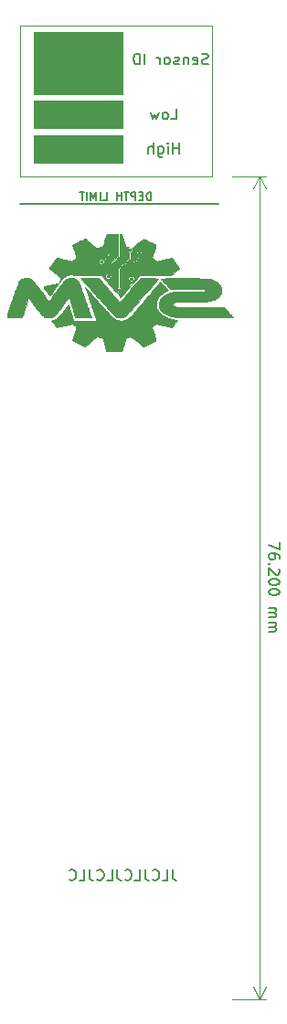
<source format=gbr>
G04 #@! TF.GenerationSoftware,KiCad,Pcbnew,(5.1.5)-3*
G04 #@! TF.CreationDate,2021-01-13T22:22:19-08:00*
G04 #@! TF.ProjectId,MoistureSensor,4d6f6973-7475-4726-9553-656e736f722e,rev?*
G04 #@! TF.SameCoordinates,Original*
G04 #@! TF.FileFunction,Legend,Bot*
G04 #@! TF.FilePolarity,Positive*
%FSLAX46Y46*%
G04 Gerber Fmt 4.6, Leading zero omitted, Abs format (unit mm)*
G04 Created by KiCad (PCBNEW (5.1.5)-3) date 2021-01-13 22:22:19*
%MOMM*%
%LPD*%
G04 APERTURE LIST*
%ADD10C,0.120000*%
%ADD11C,0.150000*%
%ADD12C,0.100000*%
%ADD13C,0.200000*%
%ADD14C,0.010000*%
G04 APERTURE END LIST*
D10*
X149225000Y-62865000D02*
X149225000Y-63500000D01*
X131445000Y-62865000D02*
X149225000Y-62865000D01*
X131445000Y-63500000D02*
X131445000Y-62865000D01*
D11*
X155487619Y-110744523D02*
X155487619Y-111411190D01*
X154487619Y-110982619D01*
X155487619Y-112220714D02*
X155487619Y-112030238D01*
X155440000Y-111935000D01*
X155392380Y-111887380D01*
X155249523Y-111792142D01*
X155059047Y-111744523D01*
X154678095Y-111744523D01*
X154582857Y-111792142D01*
X154535238Y-111839761D01*
X154487619Y-111935000D01*
X154487619Y-112125476D01*
X154535238Y-112220714D01*
X154582857Y-112268333D01*
X154678095Y-112315952D01*
X154916190Y-112315952D01*
X155011428Y-112268333D01*
X155059047Y-112220714D01*
X155106666Y-112125476D01*
X155106666Y-111935000D01*
X155059047Y-111839761D01*
X155011428Y-111792142D01*
X154916190Y-111744523D01*
X154582857Y-112744523D02*
X154535238Y-112792142D01*
X154487619Y-112744523D01*
X154535238Y-112696904D01*
X154582857Y-112744523D01*
X154487619Y-112744523D01*
X155392380Y-113173095D02*
X155440000Y-113220714D01*
X155487619Y-113315952D01*
X155487619Y-113554047D01*
X155440000Y-113649285D01*
X155392380Y-113696904D01*
X155297142Y-113744523D01*
X155201904Y-113744523D01*
X155059047Y-113696904D01*
X154487619Y-113125476D01*
X154487619Y-113744523D01*
X155487619Y-114363571D02*
X155487619Y-114458809D01*
X155440000Y-114554047D01*
X155392380Y-114601666D01*
X155297142Y-114649285D01*
X155106666Y-114696904D01*
X154868571Y-114696904D01*
X154678095Y-114649285D01*
X154582857Y-114601666D01*
X154535238Y-114554047D01*
X154487619Y-114458809D01*
X154487619Y-114363571D01*
X154535238Y-114268333D01*
X154582857Y-114220714D01*
X154678095Y-114173095D01*
X154868571Y-114125476D01*
X155106666Y-114125476D01*
X155297142Y-114173095D01*
X155392380Y-114220714D01*
X155440000Y-114268333D01*
X155487619Y-114363571D01*
X155487619Y-115315952D02*
X155487619Y-115411190D01*
X155440000Y-115506428D01*
X155392380Y-115554047D01*
X155297142Y-115601666D01*
X155106666Y-115649285D01*
X154868571Y-115649285D01*
X154678095Y-115601666D01*
X154582857Y-115554047D01*
X154535238Y-115506428D01*
X154487619Y-115411190D01*
X154487619Y-115315952D01*
X154535238Y-115220714D01*
X154582857Y-115173095D01*
X154678095Y-115125476D01*
X154868571Y-115077857D01*
X155106666Y-115077857D01*
X155297142Y-115125476D01*
X155392380Y-115173095D01*
X155440000Y-115220714D01*
X155487619Y-115315952D01*
X154487619Y-116839761D02*
X155154285Y-116839761D01*
X155059047Y-116839761D02*
X155106666Y-116887380D01*
X155154285Y-116982619D01*
X155154285Y-117125476D01*
X155106666Y-117220714D01*
X155011428Y-117268333D01*
X154487619Y-117268333D01*
X155011428Y-117268333D02*
X155106666Y-117315952D01*
X155154285Y-117411190D01*
X155154285Y-117554047D01*
X155106666Y-117649285D01*
X155011428Y-117696904D01*
X154487619Y-117696904D01*
X154487619Y-118173095D02*
X155154285Y-118173095D01*
X155059047Y-118173095D02*
X155106666Y-118220714D01*
X155154285Y-118315952D01*
X155154285Y-118458809D01*
X155106666Y-118554047D01*
X155011428Y-118601666D01*
X154487619Y-118601666D01*
X155011428Y-118601666D02*
X155106666Y-118649285D01*
X155154285Y-118744523D01*
X155154285Y-118887380D01*
X155106666Y-118982619D01*
X155011428Y-119030238D01*
X154487619Y-119030238D01*
D10*
X153670000Y-76835000D02*
X153670000Y-153035000D01*
X151130000Y-76835000D02*
X154256421Y-76835000D01*
X151130000Y-153035000D02*
X154256421Y-153035000D01*
X153670000Y-153035000D02*
X153083579Y-151908496D01*
X153670000Y-153035000D02*
X154256421Y-151908496D01*
X153670000Y-76835000D02*
X153083579Y-77961504D01*
X153670000Y-76835000D02*
X154256421Y-77961504D01*
D12*
G36*
X140970000Y-75565000D02*
G01*
X132715000Y-75565000D01*
X132715000Y-73025000D01*
X140970000Y-73025000D01*
X140970000Y-75565000D01*
G37*
X140970000Y-75565000D02*
X132715000Y-75565000D01*
X132715000Y-73025000D01*
X140970000Y-73025000D01*
X140970000Y-75565000D01*
G36*
X140970000Y-69215000D02*
G01*
X132715000Y-69215000D01*
X132715000Y-63500000D01*
X140970000Y-63500000D01*
X140970000Y-69215000D01*
G37*
X140970000Y-69215000D02*
X132715000Y-69215000D01*
X132715000Y-63500000D01*
X140970000Y-63500000D01*
X140970000Y-69215000D01*
D10*
X131445000Y-76835000D02*
X149225000Y-76835000D01*
X131445000Y-63500000D02*
X131445000Y-76835000D01*
X149225000Y-79375000D02*
X132715000Y-79375000D01*
X149225000Y-76835000D02*
X149225000Y-63500000D01*
D11*
X145446666Y-71572380D02*
X145922857Y-71572380D01*
X145922857Y-70572380D01*
X144970476Y-71572380D02*
X145065714Y-71524761D01*
X145113333Y-71477142D01*
X145160952Y-71381904D01*
X145160952Y-71096190D01*
X145113333Y-71000952D01*
X145065714Y-70953333D01*
X144970476Y-70905714D01*
X144827619Y-70905714D01*
X144732380Y-70953333D01*
X144684761Y-71000952D01*
X144637142Y-71096190D01*
X144637142Y-71381904D01*
X144684761Y-71477142D01*
X144732380Y-71524761D01*
X144827619Y-71572380D01*
X144970476Y-71572380D01*
X144303809Y-70905714D02*
X144113333Y-71572380D01*
X143922857Y-71096190D01*
X143732380Y-71572380D01*
X143541904Y-70905714D01*
X146208571Y-74747380D02*
X146208571Y-73747380D01*
X146208571Y-74223571D02*
X145637142Y-74223571D01*
X145637142Y-74747380D02*
X145637142Y-73747380D01*
X145160952Y-74747380D02*
X145160952Y-74080714D01*
X145160952Y-73747380D02*
X145208571Y-73795000D01*
X145160952Y-73842619D01*
X145113333Y-73795000D01*
X145160952Y-73747380D01*
X145160952Y-73842619D01*
X144256190Y-74080714D02*
X144256190Y-74890238D01*
X144303809Y-74985476D01*
X144351428Y-75033095D01*
X144446666Y-75080714D01*
X144589523Y-75080714D01*
X144684761Y-75033095D01*
X144256190Y-74699761D02*
X144351428Y-74747380D01*
X144541904Y-74747380D01*
X144637142Y-74699761D01*
X144684761Y-74652142D01*
X144732380Y-74556904D01*
X144732380Y-74271190D01*
X144684761Y-74175952D01*
X144637142Y-74128333D01*
X144541904Y-74080714D01*
X144351428Y-74080714D01*
X144256190Y-74128333D01*
X143780000Y-74747380D02*
X143780000Y-73747380D01*
X143351428Y-74747380D02*
X143351428Y-74223571D01*
X143399047Y-74128333D01*
X143494285Y-74080714D01*
X143637142Y-74080714D01*
X143732380Y-74128333D01*
X143780000Y-74175952D01*
X148867380Y-66444761D02*
X148724523Y-66492380D01*
X148486428Y-66492380D01*
X148391190Y-66444761D01*
X148343571Y-66397142D01*
X148295952Y-66301904D01*
X148295952Y-66206666D01*
X148343571Y-66111428D01*
X148391190Y-66063809D01*
X148486428Y-66016190D01*
X148676904Y-65968571D01*
X148772142Y-65920952D01*
X148819761Y-65873333D01*
X148867380Y-65778095D01*
X148867380Y-65682857D01*
X148819761Y-65587619D01*
X148772142Y-65540000D01*
X148676904Y-65492380D01*
X148438809Y-65492380D01*
X148295952Y-65540000D01*
X147486428Y-66444761D02*
X147581666Y-66492380D01*
X147772142Y-66492380D01*
X147867380Y-66444761D01*
X147915000Y-66349523D01*
X147915000Y-65968571D01*
X147867380Y-65873333D01*
X147772142Y-65825714D01*
X147581666Y-65825714D01*
X147486428Y-65873333D01*
X147438809Y-65968571D01*
X147438809Y-66063809D01*
X147915000Y-66159047D01*
X147010238Y-65825714D02*
X147010238Y-66492380D01*
X147010238Y-65920952D02*
X146962619Y-65873333D01*
X146867380Y-65825714D01*
X146724523Y-65825714D01*
X146629285Y-65873333D01*
X146581666Y-65968571D01*
X146581666Y-66492380D01*
X146153095Y-66444761D02*
X146057857Y-66492380D01*
X145867380Y-66492380D01*
X145772142Y-66444761D01*
X145724523Y-66349523D01*
X145724523Y-66301904D01*
X145772142Y-66206666D01*
X145867380Y-66159047D01*
X146010238Y-66159047D01*
X146105476Y-66111428D01*
X146153095Y-66016190D01*
X146153095Y-65968571D01*
X146105476Y-65873333D01*
X146010238Y-65825714D01*
X145867380Y-65825714D01*
X145772142Y-65873333D01*
X145153095Y-66492380D02*
X145248333Y-66444761D01*
X145295952Y-66397142D01*
X145343571Y-66301904D01*
X145343571Y-66016190D01*
X145295952Y-65920952D01*
X145248333Y-65873333D01*
X145153095Y-65825714D01*
X145010238Y-65825714D01*
X144915000Y-65873333D01*
X144867380Y-65920952D01*
X144819761Y-66016190D01*
X144819761Y-66301904D01*
X144867380Y-66397142D01*
X144915000Y-66444761D01*
X145010238Y-66492380D01*
X145153095Y-66492380D01*
X144391190Y-66492380D02*
X144391190Y-65825714D01*
X144391190Y-66016190D02*
X144343571Y-65920952D01*
X144295952Y-65873333D01*
X144200714Y-65825714D01*
X144105476Y-65825714D01*
X143010238Y-66492380D02*
X143010238Y-65492380D01*
X142534047Y-66492380D02*
X142534047Y-65492380D01*
X142295952Y-65492380D01*
X142153095Y-65540000D01*
X142057857Y-65635238D01*
X142010238Y-65730476D01*
X141962619Y-65920952D01*
X141962619Y-66063809D01*
X142010238Y-66254285D01*
X142057857Y-66349523D01*
X142153095Y-66444761D01*
X142295952Y-66492380D01*
X142534047Y-66492380D01*
D12*
G36*
X140970000Y-72390000D02*
G01*
X132715000Y-72390000D01*
X132715000Y-69850000D01*
X140970000Y-69850000D01*
X140970000Y-72390000D01*
G37*
X140970000Y-72390000D02*
X132715000Y-72390000D01*
X132715000Y-69850000D01*
X140970000Y-69850000D01*
X140970000Y-72390000D01*
D11*
X143585000Y-79079285D02*
X143585000Y-78329285D01*
X143406428Y-78329285D01*
X143299285Y-78365000D01*
X143227857Y-78436428D01*
X143192142Y-78507857D01*
X143156428Y-78650714D01*
X143156428Y-78757857D01*
X143192142Y-78900714D01*
X143227857Y-78972142D01*
X143299285Y-79043571D01*
X143406428Y-79079285D01*
X143585000Y-79079285D01*
X142835000Y-78686428D02*
X142585000Y-78686428D01*
X142477857Y-79079285D02*
X142835000Y-79079285D01*
X142835000Y-78329285D01*
X142477857Y-78329285D01*
X142156428Y-79079285D02*
X142156428Y-78329285D01*
X141870714Y-78329285D01*
X141799285Y-78365000D01*
X141763571Y-78400714D01*
X141727857Y-78472142D01*
X141727857Y-78579285D01*
X141763571Y-78650714D01*
X141799285Y-78686428D01*
X141870714Y-78722142D01*
X142156428Y-78722142D01*
X141513571Y-78329285D02*
X141085000Y-78329285D01*
X141299285Y-79079285D02*
X141299285Y-78329285D01*
X140835000Y-79079285D02*
X140835000Y-78329285D01*
X140835000Y-78686428D02*
X140406428Y-78686428D01*
X140406428Y-79079285D02*
X140406428Y-78329285D01*
X139120714Y-79079285D02*
X139477857Y-79079285D01*
X139477857Y-78329285D01*
X138870714Y-79079285D02*
X138870714Y-78329285D01*
X138513571Y-79079285D02*
X138513571Y-78329285D01*
X138263571Y-78865000D01*
X138013571Y-78329285D01*
X138013571Y-79079285D01*
X137656428Y-79079285D02*
X137656428Y-78329285D01*
X137406428Y-78329285D02*
X136977857Y-78329285D01*
X137192142Y-79079285D02*
X137192142Y-78329285D01*
D13*
X131445000Y-79375000D02*
X149860000Y-79375000D01*
D11*
X145589047Y-141057380D02*
X145589047Y-141771666D01*
X145636666Y-141914523D01*
X145731904Y-142009761D01*
X145874761Y-142057380D01*
X145970000Y-142057380D01*
X144636666Y-142057380D02*
X145112857Y-142057380D01*
X145112857Y-141057380D01*
X143731904Y-141962142D02*
X143779523Y-142009761D01*
X143922380Y-142057380D01*
X144017619Y-142057380D01*
X144160476Y-142009761D01*
X144255714Y-141914523D01*
X144303333Y-141819285D01*
X144350952Y-141628809D01*
X144350952Y-141485952D01*
X144303333Y-141295476D01*
X144255714Y-141200238D01*
X144160476Y-141105000D01*
X144017619Y-141057380D01*
X143922380Y-141057380D01*
X143779523Y-141105000D01*
X143731904Y-141152619D01*
X143017619Y-141057380D02*
X143017619Y-141771666D01*
X143065238Y-141914523D01*
X143160476Y-142009761D01*
X143303333Y-142057380D01*
X143398571Y-142057380D01*
X142065238Y-142057380D02*
X142541428Y-142057380D01*
X142541428Y-141057380D01*
X141160476Y-141962142D02*
X141208095Y-142009761D01*
X141350952Y-142057380D01*
X141446190Y-142057380D01*
X141589047Y-142009761D01*
X141684285Y-141914523D01*
X141731904Y-141819285D01*
X141779523Y-141628809D01*
X141779523Y-141485952D01*
X141731904Y-141295476D01*
X141684285Y-141200238D01*
X141589047Y-141105000D01*
X141446190Y-141057380D01*
X141350952Y-141057380D01*
X141208095Y-141105000D01*
X141160476Y-141152619D01*
X140446190Y-141057380D02*
X140446190Y-141771666D01*
X140493809Y-141914523D01*
X140589047Y-142009761D01*
X140731904Y-142057380D01*
X140827142Y-142057380D01*
X139493809Y-142057380D02*
X139970000Y-142057380D01*
X139970000Y-141057380D01*
X138589047Y-141962142D02*
X138636666Y-142009761D01*
X138779523Y-142057380D01*
X138874761Y-142057380D01*
X139017619Y-142009761D01*
X139112857Y-141914523D01*
X139160476Y-141819285D01*
X139208095Y-141628809D01*
X139208095Y-141485952D01*
X139160476Y-141295476D01*
X139112857Y-141200238D01*
X139017619Y-141105000D01*
X138874761Y-141057380D01*
X138779523Y-141057380D01*
X138636666Y-141105000D01*
X138589047Y-141152619D01*
X137874761Y-141057380D02*
X137874761Y-141771666D01*
X137922380Y-141914523D01*
X138017619Y-142009761D01*
X138160476Y-142057380D01*
X138255714Y-142057380D01*
X136922380Y-142057380D02*
X137398571Y-142057380D01*
X137398571Y-141057380D01*
X136017619Y-141962142D02*
X136065238Y-142009761D01*
X136208095Y-142057380D01*
X136303333Y-142057380D01*
X136446190Y-142009761D01*
X136541428Y-141914523D01*
X136589047Y-141819285D01*
X136636666Y-141628809D01*
X136636666Y-141485952D01*
X136589047Y-141295476D01*
X136541428Y-141200238D01*
X136446190Y-141105000D01*
X136303333Y-141057380D01*
X136208095Y-141057380D01*
X136065238Y-141105000D01*
X136017619Y-141152619D01*
D14*
G36*
X144432657Y-86638395D02*
G01*
X144423358Y-86648748D01*
X144399347Y-86676123D01*
X144361424Y-86719601D01*
X144310386Y-86778261D01*
X144247030Y-86851181D01*
X144172156Y-86937442D01*
X144086561Y-87036123D01*
X143991043Y-87146303D01*
X143886400Y-87267063D01*
X143773430Y-87397480D01*
X143652931Y-87536635D01*
X143525701Y-87683608D01*
X143392537Y-87837477D01*
X143254239Y-87997323D01*
X143111604Y-88162224D01*
X143063791Y-88217509D01*
X142881879Y-88427705D01*
X142710330Y-88625605D01*
X142549543Y-88810756D01*
X142399915Y-88982706D01*
X142261843Y-89141004D01*
X142135726Y-89285195D01*
X142021960Y-89414828D01*
X141920943Y-89529451D01*
X141833072Y-89628611D01*
X141758746Y-89711855D01*
X141698361Y-89778732D01*
X141652315Y-89828788D01*
X141621006Y-89861572D01*
X141608886Y-89873280D01*
X141477374Y-89979544D01*
X141340890Y-90068028D01*
X141201615Y-90137586D01*
X141061725Y-90187075D01*
X140972694Y-90207720D01*
X140824864Y-90223665D01*
X140676573Y-90217851D01*
X140528785Y-90190576D01*
X140382465Y-90142135D01*
X140238578Y-90072825D01*
X140098086Y-89982944D01*
X140004534Y-89909847D01*
X139983927Y-89891531D01*
X139957585Y-89866325D01*
X139924817Y-89833475D01*
X139884938Y-89792227D01*
X139837259Y-89741824D01*
X139781091Y-89681512D01*
X139715749Y-89610536D01*
X139640542Y-89528141D01*
X139554785Y-89433573D01*
X139457788Y-89326077D01*
X139348864Y-89204897D01*
X139227326Y-89069279D01*
X139092485Y-88918468D01*
X138943654Y-88751708D01*
X138780144Y-88568246D01*
X138694638Y-88472226D01*
X138558842Y-88319814D01*
X138427367Y-88172483D01*
X138301077Y-88031192D01*
X138180835Y-87896896D01*
X138067507Y-87770554D01*
X137961956Y-87653123D01*
X137865046Y-87545560D01*
X137777640Y-87448822D01*
X137700603Y-87363866D01*
X137634798Y-87291650D01*
X137581089Y-87233130D01*
X137540341Y-87189264D01*
X137513416Y-87161009D01*
X137501180Y-87149322D01*
X137500509Y-87149124D01*
X137503777Y-87160541D01*
X137513844Y-87191753D01*
X137530216Y-87241312D01*
X137552401Y-87307774D01*
X137579904Y-87389691D01*
X137612232Y-87485616D01*
X137648892Y-87594105D01*
X137689391Y-87713710D01*
X137733235Y-87842985D01*
X137779930Y-87980483D01*
X137828985Y-88124759D01*
X137879904Y-88274367D01*
X137932196Y-88427859D01*
X137985366Y-88583789D01*
X138038921Y-88740712D01*
X138092369Y-88897181D01*
X138145214Y-89051749D01*
X138196965Y-89202970D01*
X138247128Y-89349398D01*
X138295209Y-89489587D01*
X138340715Y-89622090D01*
X138383153Y-89745460D01*
X138422030Y-89858253D01*
X138456851Y-89959021D01*
X138487125Y-90046317D01*
X138512357Y-90118697D01*
X138532054Y-90174712D01*
X138543177Y-90205891D01*
X138543358Y-90209375D01*
X138540097Y-90212414D01*
X138531713Y-90215039D01*
X138516524Y-90217280D01*
X138492849Y-90219166D01*
X138459005Y-90220729D01*
X138413312Y-90221999D01*
X138354086Y-90223005D01*
X138279646Y-90223778D01*
X138188310Y-90224348D01*
X138078397Y-90224746D01*
X137948225Y-90225002D01*
X137796112Y-90225145D01*
X137620375Y-90225207D01*
X137468254Y-90225217D01*
X136386360Y-90225217D01*
X136174085Y-89484588D01*
X136138343Y-89360158D01*
X136104226Y-89241923D01*
X136072257Y-89131658D01*
X136042957Y-89031135D01*
X136016847Y-88942127D01*
X135994449Y-88866408D01*
X135976283Y-88805751D01*
X135962873Y-88761930D01*
X135954737Y-88736716D01*
X135952560Y-88731190D01*
X135941000Y-88722627D01*
X135937848Y-88723624D01*
X135929949Y-88733662D01*
X135909141Y-88760721D01*
X135876691Y-88803137D01*
X135833870Y-88859244D01*
X135781946Y-88927378D01*
X135722188Y-89005873D01*
X135655865Y-89093065D01*
X135584246Y-89187288D01*
X135521549Y-89269827D01*
X135423751Y-89398297D01*
X135338422Y-89509495D01*
X135264120Y-89604975D01*
X135199407Y-89686290D01*
X135142842Y-89754996D01*
X135092984Y-89812645D01*
X135048394Y-89860793D01*
X135007631Y-89900993D01*
X134969255Y-89934799D01*
X134931827Y-89963765D01*
X134893905Y-89989446D01*
X134854050Y-90013395D01*
X134810821Y-90037166D01*
X134810097Y-90037553D01*
X134724236Y-90080991D01*
X134647180Y-90114052D01*
X134567834Y-90141012D01*
X134479036Y-90165166D01*
X134424994Y-90180112D01*
X134393670Y-90192673D01*
X134381607Y-90204372D01*
X134381251Y-90208190D01*
X134388366Y-90221943D01*
X134407545Y-90252073D01*
X134437070Y-90296068D01*
X134475221Y-90351415D01*
X134520281Y-90415601D01*
X134570529Y-90486112D01*
X134586928Y-90508913D01*
X134646617Y-90591367D01*
X134694693Y-90656780D01*
X134732879Y-90707221D01*
X134762900Y-90744757D01*
X134786479Y-90771456D01*
X134805340Y-90789389D01*
X134821207Y-90800621D01*
X134835443Y-90807099D01*
X134850378Y-90811538D01*
X134866816Y-90813912D01*
X134888074Y-90813716D01*
X134917468Y-90810449D01*
X134958315Y-90803608D01*
X135013933Y-90792689D01*
X135087638Y-90777192D01*
X135182747Y-90756612D01*
X135214896Y-90749602D01*
X135327053Y-90724915D01*
X135455932Y-90696198D01*
X135592667Y-90665451D01*
X135728393Y-90634670D01*
X135854245Y-90605853D01*
X135908102Y-90593407D01*
X136021700Y-90567015D01*
X136113090Y-90546388D01*
X136185815Y-90531768D01*
X136243418Y-90523392D01*
X136289442Y-90521500D01*
X136327430Y-90526333D01*
X136360926Y-90538128D01*
X136393471Y-90557125D01*
X136428610Y-90583563D01*
X136469884Y-90617683D01*
X136487726Y-90632556D01*
X136554239Y-90690057D01*
X136602096Y-90737737D01*
X136633684Y-90779285D01*
X136651389Y-90818388D01*
X136657596Y-90858735D01*
X136656064Y-90892767D01*
X136651366Y-90914895D01*
X136640374Y-90955675D01*
X136623920Y-91012484D01*
X136602838Y-91082696D01*
X136577961Y-91163684D01*
X136550121Y-91252824D01*
X136520151Y-91347490D01*
X136488885Y-91445056D01*
X136457155Y-91542897D01*
X136425794Y-91638388D01*
X136395636Y-91728902D01*
X136367513Y-91811815D01*
X136342258Y-91884501D01*
X136334533Y-91906247D01*
X136318895Y-91956821D01*
X136313528Y-91998378D01*
X136320631Y-92033789D01*
X136342405Y-92065923D01*
X136381050Y-92097650D01*
X136438765Y-92131842D01*
X136517751Y-92171367D01*
X136549117Y-92186191D01*
X136611043Y-92215402D01*
X136690611Y-92253247D01*
X136782519Y-92297188D01*
X136881467Y-92344686D01*
X136982154Y-92393200D01*
X137071176Y-92436264D01*
X137157135Y-92477673D01*
X137235732Y-92515033D01*
X137304029Y-92546988D01*
X137359088Y-92572182D01*
X137397972Y-92589257D01*
X137417745Y-92596858D01*
X137419488Y-92597096D01*
X137433218Y-92588210D01*
X137465671Y-92564279D01*
X137516450Y-92525613D01*
X137585157Y-92472521D01*
X137671397Y-92405312D01*
X137774773Y-92324295D01*
X137894886Y-92229779D01*
X138031341Y-92122074D01*
X138159800Y-92020448D01*
X138258632Y-91942837D01*
X138346510Y-91875141D01*
X138421941Y-91818459D01*
X138483435Y-91773888D01*
X138529499Y-91742527D01*
X138558644Y-91725474D01*
X138562814Y-91723685D01*
X138598219Y-91712090D01*
X138626506Y-91709501D01*
X138661076Y-91715487D01*
X138678752Y-91719947D01*
X138731677Y-91731757D01*
X138786982Y-91741224D01*
X138801026Y-91743030D01*
X138910073Y-91763663D01*
X138999798Y-91798949D01*
X139071556Y-91849646D01*
X139126703Y-91916516D01*
X139134963Y-91930316D01*
X139151469Y-91961582D01*
X139166109Y-91995273D01*
X139180047Y-92035128D01*
X139194444Y-92084889D01*
X139210464Y-92148294D01*
X139229269Y-92229084D01*
X139233132Y-92246174D01*
X139244397Y-92292635D01*
X139260139Y-92352534D01*
X139279470Y-92422906D01*
X139301501Y-92500787D01*
X139325344Y-92583210D01*
X139350110Y-92667212D01*
X139374912Y-92749828D01*
X139398860Y-92828092D01*
X139421067Y-92899041D01*
X139440644Y-92959708D01*
X139456702Y-93007130D01*
X139468354Y-93038340D01*
X139473859Y-93049587D01*
X139493157Y-93074435D01*
X140141149Y-93073735D01*
X140270807Y-93073400D01*
X140392998Y-93072708D01*
X140505015Y-93071703D01*
X140604154Y-93070425D01*
X140687708Y-93068917D01*
X140752972Y-93067219D01*
X140797239Y-93065375D01*
X140817805Y-93063424D01*
X140818287Y-93063285D01*
X140847825Y-93046587D01*
X140868016Y-93027449D01*
X140875322Y-93011607D01*
X140888109Y-92976552D01*
X140905653Y-92924551D01*
X140927230Y-92857869D01*
X140952116Y-92778771D01*
X140979589Y-92689524D01*
X141008924Y-92592393D01*
X141034864Y-92505051D01*
X141073458Y-92374107D01*
X141106282Y-92262894D01*
X141133897Y-92169692D01*
X141156864Y-92092778D01*
X141175746Y-92030433D01*
X141191103Y-91980935D01*
X141203497Y-91942564D01*
X141213489Y-91913598D01*
X141221640Y-91892316D01*
X141228512Y-91876998D01*
X141234667Y-91865923D01*
X141240665Y-91857370D01*
X141247069Y-91849617D01*
X141249657Y-91846603D01*
X141287011Y-91814832D01*
X141333162Y-91791649D01*
X141377462Y-91782356D01*
X141378654Y-91782348D01*
X141404437Y-91777942D01*
X141444033Y-91766576D01*
X141475728Y-91755538D01*
X141568548Y-91728887D01*
X141657526Y-91720837D01*
X141744369Y-91731919D01*
X141830784Y-91762662D01*
X141918478Y-91813595D01*
X142009157Y-91885249D01*
X142066033Y-91938729D01*
X142097618Y-91968587D01*
X142145086Y-92011490D01*
X142205500Y-92064877D01*
X142275923Y-92126187D01*
X142353417Y-92192859D01*
X142435046Y-92262331D01*
X142497989Y-92315383D01*
X142587305Y-92390193D01*
X142660062Y-92450700D01*
X142718282Y-92498400D01*
X142763990Y-92534791D01*
X142799206Y-92561373D01*
X142825956Y-92579642D01*
X142846261Y-92591097D01*
X142862145Y-92597236D01*
X142875632Y-92599556D01*
X142882040Y-92599753D01*
X142902671Y-92596528D01*
X142934703Y-92586401D01*
X142980192Y-92568495D01*
X143041194Y-92541934D01*
X143119767Y-92505842D01*
X143217965Y-92459344D01*
X143267695Y-92435471D01*
X143365655Y-92388398D01*
X143466617Y-92340075D01*
X143565315Y-92293008D01*
X143656486Y-92249702D01*
X143734867Y-92212662D01*
X143791977Y-92185893D01*
X143857024Y-92154919D01*
X143915392Y-92125858D01*
X143962357Y-92101155D01*
X143993200Y-92083257D01*
X144001427Y-92077340D01*
X144022786Y-92042407D01*
X144027309Y-92008077D01*
X144023635Y-91984841D01*
X144012991Y-91942199D01*
X143995939Y-91881925D01*
X143973040Y-91805795D01*
X143944858Y-91715586D01*
X143911956Y-91613072D01*
X143874895Y-91500030D01*
X143834238Y-91378235D01*
X143790548Y-91249462D01*
X143745863Y-91119739D01*
X143716917Y-91033441D01*
X143696595Y-90964766D01*
X143684564Y-90910540D01*
X143680488Y-90867588D01*
X143684035Y-90832737D01*
X143694870Y-90802812D01*
X143709936Y-90778357D01*
X143741489Y-90740265D01*
X143784512Y-90696007D01*
X143833819Y-90650147D01*
X143884228Y-90607247D01*
X143930555Y-90571869D01*
X143967617Y-90548576D01*
X143974867Y-90545160D01*
X144005067Y-90533784D01*
X144034403Y-90527148D01*
X144067516Y-90525588D01*
X144109046Y-90529442D01*
X144163636Y-90539046D01*
X144235925Y-90554739D01*
X144294766Y-90568402D01*
X144408195Y-90594828D01*
X144528257Y-90622335D01*
X144652093Y-90650308D01*
X144776846Y-90678130D01*
X144899656Y-90705185D01*
X145017667Y-90730856D01*
X145128018Y-90754528D01*
X145227854Y-90775584D01*
X145314315Y-90793407D01*
X145384543Y-90807381D01*
X145435680Y-90816891D01*
X145464867Y-90821319D01*
X145468825Y-90821565D01*
X145518662Y-90810876D01*
X145564827Y-90780223D01*
X145603085Y-90733357D01*
X145615611Y-90714436D01*
X145639565Y-90679334D01*
X145672952Y-90630936D01*
X145713772Y-90572128D01*
X145760030Y-90505794D01*
X145809727Y-90434821D01*
X145810899Y-90433151D01*
X145858984Y-90363874D01*
X145901870Y-90300632D01*
X145937915Y-90245965D01*
X145965478Y-90202415D01*
X145982917Y-90172521D01*
X145988589Y-90158825D01*
X145988444Y-90158442D01*
X145971230Y-90151643D01*
X145938472Y-90148071D01*
X145929521Y-90147913D01*
X145881876Y-90145289D01*
X145815180Y-90138094D01*
X145736115Y-90127345D01*
X145651362Y-90114058D01*
X145567601Y-90099248D01*
X145491515Y-90083932D01*
X145456890Y-90076031D01*
X145236860Y-90013516D01*
X145030420Y-89935615D01*
X144839490Y-89843425D01*
X144665987Y-89738042D01*
X144511829Y-89620562D01*
X144378936Y-89492083D01*
X144325184Y-89429230D01*
X144232031Y-89298555D01*
X144159710Y-89163247D01*
X144109998Y-89034394D01*
X144098003Y-88996203D01*
X144089096Y-88962466D01*
X144082815Y-88928812D01*
X144078695Y-88890871D01*
X144076274Y-88844273D01*
X144075087Y-88784648D01*
X144074671Y-88707626D01*
X144074658Y-88701217D01*
X144075570Y-88602869D01*
X144079374Y-88521489D01*
X144087064Y-88452012D01*
X144099639Y-88389376D01*
X144118095Y-88328517D01*
X144143429Y-88264370D01*
X144173719Y-88197989D01*
X144256243Y-88053757D01*
X144362489Y-87916300D01*
X144490231Y-87787546D01*
X144637242Y-87669426D01*
X144801296Y-87563865D01*
X144980167Y-87472793D01*
X145041314Y-87446556D01*
X145087741Y-87426497D01*
X145123310Y-87409192D01*
X145142512Y-87397405D01*
X145144377Y-87394855D01*
X145136580Y-87384346D01*
X145114288Y-87358126D01*
X145079146Y-87318038D01*
X145032798Y-87265928D01*
X144976891Y-87203639D01*
X144913068Y-87133014D01*
X144842977Y-87055898D01*
X144796313Y-87004781D01*
X144709050Y-86909631D01*
X144636338Y-86831023D01*
X144576948Y-86767719D01*
X144529651Y-86718482D01*
X144493218Y-86682074D01*
X144466421Y-86657257D01*
X144448032Y-86642794D01*
X144436821Y-86637445D01*
X144432657Y-86638395D01*
G37*
X144432657Y-86638395D02*
X144423358Y-86648748D01*
X144399347Y-86676123D01*
X144361424Y-86719601D01*
X144310386Y-86778261D01*
X144247030Y-86851181D01*
X144172156Y-86937442D01*
X144086561Y-87036123D01*
X143991043Y-87146303D01*
X143886400Y-87267063D01*
X143773430Y-87397480D01*
X143652931Y-87536635D01*
X143525701Y-87683608D01*
X143392537Y-87837477D01*
X143254239Y-87997323D01*
X143111604Y-88162224D01*
X143063791Y-88217509D01*
X142881879Y-88427705D01*
X142710330Y-88625605D01*
X142549543Y-88810756D01*
X142399915Y-88982706D01*
X142261843Y-89141004D01*
X142135726Y-89285195D01*
X142021960Y-89414828D01*
X141920943Y-89529451D01*
X141833072Y-89628611D01*
X141758746Y-89711855D01*
X141698361Y-89778732D01*
X141652315Y-89828788D01*
X141621006Y-89861572D01*
X141608886Y-89873280D01*
X141477374Y-89979544D01*
X141340890Y-90068028D01*
X141201615Y-90137586D01*
X141061725Y-90187075D01*
X140972694Y-90207720D01*
X140824864Y-90223665D01*
X140676573Y-90217851D01*
X140528785Y-90190576D01*
X140382465Y-90142135D01*
X140238578Y-90072825D01*
X140098086Y-89982944D01*
X140004534Y-89909847D01*
X139983927Y-89891531D01*
X139957585Y-89866325D01*
X139924817Y-89833475D01*
X139884938Y-89792227D01*
X139837259Y-89741824D01*
X139781091Y-89681512D01*
X139715749Y-89610536D01*
X139640542Y-89528141D01*
X139554785Y-89433573D01*
X139457788Y-89326077D01*
X139348864Y-89204897D01*
X139227326Y-89069279D01*
X139092485Y-88918468D01*
X138943654Y-88751708D01*
X138780144Y-88568246D01*
X138694638Y-88472226D01*
X138558842Y-88319814D01*
X138427367Y-88172483D01*
X138301077Y-88031192D01*
X138180835Y-87896896D01*
X138067507Y-87770554D01*
X137961956Y-87653123D01*
X137865046Y-87545560D01*
X137777640Y-87448822D01*
X137700603Y-87363866D01*
X137634798Y-87291650D01*
X137581089Y-87233130D01*
X137540341Y-87189264D01*
X137513416Y-87161009D01*
X137501180Y-87149322D01*
X137500509Y-87149124D01*
X137503777Y-87160541D01*
X137513844Y-87191753D01*
X137530216Y-87241312D01*
X137552401Y-87307774D01*
X137579904Y-87389691D01*
X137612232Y-87485616D01*
X137648892Y-87594105D01*
X137689391Y-87713710D01*
X137733235Y-87842985D01*
X137779930Y-87980483D01*
X137828985Y-88124759D01*
X137879904Y-88274367D01*
X137932196Y-88427859D01*
X137985366Y-88583789D01*
X138038921Y-88740712D01*
X138092369Y-88897181D01*
X138145214Y-89051749D01*
X138196965Y-89202970D01*
X138247128Y-89349398D01*
X138295209Y-89489587D01*
X138340715Y-89622090D01*
X138383153Y-89745460D01*
X138422030Y-89858253D01*
X138456851Y-89959021D01*
X138487125Y-90046317D01*
X138512357Y-90118697D01*
X138532054Y-90174712D01*
X138543177Y-90205891D01*
X138543358Y-90209375D01*
X138540097Y-90212414D01*
X138531713Y-90215039D01*
X138516524Y-90217280D01*
X138492849Y-90219166D01*
X138459005Y-90220729D01*
X138413312Y-90221999D01*
X138354086Y-90223005D01*
X138279646Y-90223778D01*
X138188310Y-90224348D01*
X138078397Y-90224746D01*
X137948225Y-90225002D01*
X137796112Y-90225145D01*
X137620375Y-90225207D01*
X137468254Y-90225217D01*
X136386360Y-90225217D01*
X136174085Y-89484588D01*
X136138343Y-89360158D01*
X136104226Y-89241923D01*
X136072257Y-89131658D01*
X136042957Y-89031135D01*
X136016847Y-88942127D01*
X135994449Y-88866408D01*
X135976283Y-88805751D01*
X135962873Y-88761930D01*
X135954737Y-88736716D01*
X135952560Y-88731190D01*
X135941000Y-88722627D01*
X135937848Y-88723624D01*
X135929949Y-88733662D01*
X135909141Y-88760721D01*
X135876691Y-88803137D01*
X135833870Y-88859244D01*
X135781946Y-88927378D01*
X135722188Y-89005873D01*
X135655865Y-89093065D01*
X135584246Y-89187288D01*
X135521549Y-89269827D01*
X135423751Y-89398297D01*
X135338422Y-89509495D01*
X135264120Y-89604975D01*
X135199407Y-89686290D01*
X135142842Y-89754996D01*
X135092984Y-89812645D01*
X135048394Y-89860793D01*
X135007631Y-89900993D01*
X134969255Y-89934799D01*
X134931827Y-89963765D01*
X134893905Y-89989446D01*
X134854050Y-90013395D01*
X134810821Y-90037166D01*
X134810097Y-90037553D01*
X134724236Y-90080991D01*
X134647180Y-90114052D01*
X134567834Y-90141012D01*
X134479036Y-90165166D01*
X134424994Y-90180112D01*
X134393670Y-90192673D01*
X134381607Y-90204372D01*
X134381251Y-90208190D01*
X134388366Y-90221943D01*
X134407545Y-90252073D01*
X134437070Y-90296068D01*
X134475221Y-90351415D01*
X134520281Y-90415601D01*
X134570529Y-90486112D01*
X134586928Y-90508913D01*
X134646617Y-90591367D01*
X134694693Y-90656780D01*
X134732879Y-90707221D01*
X134762900Y-90744757D01*
X134786479Y-90771456D01*
X134805340Y-90789389D01*
X134821207Y-90800621D01*
X134835443Y-90807099D01*
X134850378Y-90811538D01*
X134866816Y-90813912D01*
X134888074Y-90813716D01*
X134917468Y-90810449D01*
X134958315Y-90803608D01*
X135013933Y-90792689D01*
X135087638Y-90777192D01*
X135182747Y-90756612D01*
X135214896Y-90749602D01*
X135327053Y-90724915D01*
X135455932Y-90696198D01*
X135592667Y-90665451D01*
X135728393Y-90634670D01*
X135854245Y-90605853D01*
X135908102Y-90593407D01*
X136021700Y-90567015D01*
X136113090Y-90546388D01*
X136185815Y-90531768D01*
X136243418Y-90523392D01*
X136289442Y-90521500D01*
X136327430Y-90526333D01*
X136360926Y-90538128D01*
X136393471Y-90557125D01*
X136428610Y-90583563D01*
X136469884Y-90617683D01*
X136487726Y-90632556D01*
X136554239Y-90690057D01*
X136602096Y-90737737D01*
X136633684Y-90779285D01*
X136651389Y-90818388D01*
X136657596Y-90858735D01*
X136656064Y-90892767D01*
X136651366Y-90914895D01*
X136640374Y-90955675D01*
X136623920Y-91012484D01*
X136602838Y-91082696D01*
X136577961Y-91163684D01*
X136550121Y-91252824D01*
X136520151Y-91347490D01*
X136488885Y-91445056D01*
X136457155Y-91542897D01*
X136425794Y-91638388D01*
X136395636Y-91728902D01*
X136367513Y-91811815D01*
X136342258Y-91884501D01*
X136334533Y-91906247D01*
X136318895Y-91956821D01*
X136313528Y-91998378D01*
X136320631Y-92033789D01*
X136342405Y-92065923D01*
X136381050Y-92097650D01*
X136438765Y-92131842D01*
X136517751Y-92171367D01*
X136549117Y-92186191D01*
X136611043Y-92215402D01*
X136690611Y-92253247D01*
X136782519Y-92297188D01*
X136881467Y-92344686D01*
X136982154Y-92393200D01*
X137071176Y-92436264D01*
X137157135Y-92477673D01*
X137235732Y-92515033D01*
X137304029Y-92546988D01*
X137359088Y-92572182D01*
X137397972Y-92589257D01*
X137417745Y-92596858D01*
X137419488Y-92597096D01*
X137433218Y-92588210D01*
X137465671Y-92564279D01*
X137516450Y-92525613D01*
X137585157Y-92472521D01*
X137671397Y-92405312D01*
X137774773Y-92324295D01*
X137894886Y-92229779D01*
X138031341Y-92122074D01*
X138159800Y-92020448D01*
X138258632Y-91942837D01*
X138346510Y-91875141D01*
X138421941Y-91818459D01*
X138483435Y-91773888D01*
X138529499Y-91742527D01*
X138558644Y-91725474D01*
X138562814Y-91723685D01*
X138598219Y-91712090D01*
X138626506Y-91709501D01*
X138661076Y-91715487D01*
X138678752Y-91719947D01*
X138731677Y-91731757D01*
X138786982Y-91741224D01*
X138801026Y-91743030D01*
X138910073Y-91763663D01*
X138999798Y-91798949D01*
X139071556Y-91849646D01*
X139126703Y-91916516D01*
X139134963Y-91930316D01*
X139151469Y-91961582D01*
X139166109Y-91995273D01*
X139180047Y-92035128D01*
X139194444Y-92084889D01*
X139210464Y-92148294D01*
X139229269Y-92229084D01*
X139233132Y-92246174D01*
X139244397Y-92292635D01*
X139260139Y-92352534D01*
X139279470Y-92422906D01*
X139301501Y-92500787D01*
X139325344Y-92583210D01*
X139350110Y-92667212D01*
X139374912Y-92749828D01*
X139398860Y-92828092D01*
X139421067Y-92899041D01*
X139440644Y-92959708D01*
X139456702Y-93007130D01*
X139468354Y-93038340D01*
X139473859Y-93049587D01*
X139493157Y-93074435D01*
X140141149Y-93073735D01*
X140270807Y-93073400D01*
X140392998Y-93072708D01*
X140505015Y-93071703D01*
X140604154Y-93070425D01*
X140687708Y-93068917D01*
X140752972Y-93067219D01*
X140797239Y-93065375D01*
X140817805Y-93063424D01*
X140818287Y-93063285D01*
X140847825Y-93046587D01*
X140868016Y-93027449D01*
X140875322Y-93011607D01*
X140888109Y-92976552D01*
X140905653Y-92924551D01*
X140927230Y-92857869D01*
X140952116Y-92778771D01*
X140979589Y-92689524D01*
X141008924Y-92592393D01*
X141034864Y-92505051D01*
X141073458Y-92374107D01*
X141106282Y-92262894D01*
X141133897Y-92169692D01*
X141156864Y-92092778D01*
X141175746Y-92030433D01*
X141191103Y-91980935D01*
X141203497Y-91942564D01*
X141213489Y-91913598D01*
X141221640Y-91892316D01*
X141228512Y-91876998D01*
X141234667Y-91865923D01*
X141240665Y-91857370D01*
X141247069Y-91849617D01*
X141249657Y-91846603D01*
X141287011Y-91814832D01*
X141333162Y-91791649D01*
X141377462Y-91782356D01*
X141378654Y-91782348D01*
X141404437Y-91777942D01*
X141444033Y-91766576D01*
X141475728Y-91755538D01*
X141568548Y-91728887D01*
X141657526Y-91720837D01*
X141744369Y-91731919D01*
X141830784Y-91762662D01*
X141918478Y-91813595D01*
X142009157Y-91885249D01*
X142066033Y-91938729D01*
X142097618Y-91968587D01*
X142145086Y-92011490D01*
X142205500Y-92064877D01*
X142275923Y-92126187D01*
X142353417Y-92192859D01*
X142435046Y-92262331D01*
X142497989Y-92315383D01*
X142587305Y-92390193D01*
X142660062Y-92450700D01*
X142718282Y-92498400D01*
X142763990Y-92534791D01*
X142799206Y-92561373D01*
X142825956Y-92579642D01*
X142846261Y-92591097D01*
X142862145Y-92597236D01*
X142875632Y-92599556D01*
X142882040Y-92599753D01*
X142902671Y-92596528D01*
X142934703Y-92586401D01*
X142980192Y-92568495D01*
X143041194Y-92541934D01*
X143119767Y-92505842D01*
X143217965Y-92459344D01*
X143267695Y-92435471D01*
X143365655Y-92388398D01*
X143466617Y-92340075D01*
X143565315Y-92293008D01*
X143656486Y-92249702D01*
X143734867Y-92212662D01*
X143791977Y-92185893D01*
X143857024Y-92154919D01*
X143915392Y-92125858D01*
X143962357Y-92101155D01*
X143993200Y-92083257D01*
X144001427Y-92077340D01*
X144022786Y-92042407D01*
X144027309Y-92008077D01*
X144023635Y-91984841D01*
X144012991Y-91942199D01*
X143995939Y-91881925D01*
X143973040Y-91805795D01*
X143944858Y-91715586D01*
X143911956Y-91613072D01*
X143874895Y-91500030D01*
X143834238Y-91378235D01*
X143790548Y-91249462D01*
X143745863Y-91119739D01*
X143716917Y-91033441D01*
X143696595Y-90964766D01*
X143684564Y-90910540D01*
X143680488Y-90867588D01*
X143684035Y-90832737D01*
X143694870Y-90802812D01*
X143709936Y-90778357D01*
X143741489Y-90740265D01*
X143784512Y-90696007D01*
X143833819Y-90650147D01*
X143884228Y-90607247D01*
X143930555Y-90571869D01*
X143967617Y-90548576D01*
X143974867Y-90545160D01*
X144005067Y-90533784D01*
X144034403Y-90527148D01*
X144067516Y-90525588D01*
X144109046Y-90529442D01*
X144163636Y-90539046D01*
X144235925Y-90554739D01*
X144294766Y-90568402D01*
X144408195Y-90594828D01*
X144528257Y-90622335D01*
X144652093Y-90650308D01*
X144776846Y-90678130D01*
X144899656Y-90705185D01*
X145017667Y-90730856D01*
X145128018Y-90754528D01*
X145227854Y-90775584D01*
X145314315Y-90793407D01*
X145384543Y-90807381D01*
X145435680Y-90816891D01*
X145464867Y-90821319D01*
X145468825Y-90821565D01*
X145518662Y-90810876D01*
X145564827Y-90780223D01*
X145603085Y-90733357D01*
X145615611Y-90714436D01*
X145639565Y-90679334D01*
X145672952Y-90630936D01*
X145713772Y-90572128D01*
X145760030Y-90505794D01*
X145809727Y-90434821D01*
X145810899Y-90433151D01*
X145858984Y-90363874D01*
X145901870Y-90300632D01*
X145937915Y-90245965D01*
X145965478Y-90202415D01*
X145982917Y-90172521D01*
X145988589Y-90158825D01*
X145988444Y-90158442D01*
X145971230Y-90151643D01*
X145938472Y-90148071D01*
X145929521Y-90147913D01*
X145881876Y-90145289D01*
X145815180Y-90138094D01*
X145736115Y-90127345D01*
X145651362Y-90114058D01*
X145567601Y-90099248D01*
X145491515Y-90083932D01*
X145456890Y-90076031D01*
X145236860Y-90013516D01*
X145030420Y-89935615D01*
X144839490Y-89843425D01*
X144665987Y-89738042D01*
X144511829Y-89620562D01*
X144378936Y-89492083D01*
X144325184Y-89429230D01*
X144232031Y-89298555D01*
X144159710Y-89163247D01*
X144109998Y-89034394D01*
X144098003Y-88996203D01*
X144089096Y-88962466D01*
X144082815Y-88928812D01*
X144078695Y-88890871D01*
X144076274Y-88844273D01*
X144075087Y-88784648D01*
X144074671Y-88707626D01*
X144074658Y-88701217D01*
X144075570Y-88602869D01*
X144079374Y-88521489D01*
X144087064Y-88452012D01*
X144099639Y-88389376D01*
X144118095Y-88328517D01*
X144143429Y-88264370D01*
X144173719Y-88197989D01*
X144256243Y-88053757D01*
X144362489Y-87916300D01*
X144490231Y-87787546D01*
X144637242Y-87669426D01*
X144801296Y-87563865D01*
X144980167Y-87472793D01*
X145041314Y-87446556D01*
X145087741Y-87426497D01*
X145123310Y-87409192D01*
X145142512Y-87397405D01*
X145144377Y-87394855D01*
X145136580Y-87384346D01*
X145114288Y-87358126D01*
X145079146Y-87318038D01*
X145032798Y-87265928D01*
X144976891Y-87203639D01*
X144913068Y-87133014D01*
X144842977Y-87055898D01*
X144796313Y-87004781D01*
X144709050Y-86909631D01*
X144636338Y-86831023D01*
X144576948Y-86767719D01*
X144529651Y-86718482D01*
X144493218Y-86682074D01*
X144466421Y-86657257D01*
X144448032Y-86642794D01*
X144436821Y-86637445D01*
X144432657Y-86638395D01*
G36*
X137101090Y-86340674D02*
G01*
X137119993Y-86362313D01*
X137153495Y-86400115D01*
X137200616Y-86452990D01*
X137260374Y-86519849D01*
X137331788Y-86599604D01*
X137413878Y-86691166D01*
X137505662Y-86793445D01*
X137606159Y-86905354D01*
X137714389Y-87025802D01*
X137829369Y-87153701D01*
X137950119Y-87287962D01*
X138075659Y-87427496D01*
X138205006Y-87571214D01*
X138337180Y-87718028D01*
X138471199Y-87866848D01*
X138606084Y-88016585D01*
X138740852Y-88166151D01*
X138874522Y-88314456D01*
X139006114Y-88460412D01*
X139134647Y-88602930D01*
X139259139Y-88740921D01*
X139378609Y-88873295D01*
X139492076Y-88998965D01*
X139598560Y-89116840D01*
X139697079Y-89225833D01*
X139786652Y-89324854D01*
X139866298Y-89412814D01*
X139935036Y-89488624D01*
X139991885Y-89551196D01*
X140035863Y-89599440D01*
X140065991Y-89632268D01*
X140081286Y-89648591D01*
X140081946Y-89649258D01*
X140147697Y-89708915D01*
X140223548Y-89768229D01*
X140302628Y-89822394D01*
X140378069Y-89866608D01*
X140424590Y-89888878D01*
X140541805Y-89927126D01*
X140663228Y-89946105D01*
X140784047Y-89945463D01*
X140899451Y-89924849D01*
X140902946Y-89923871D01*
X140996974Y-89892116D01*
X141084032Y-89850957D01*
X141170261Y-89796996D01*
X141261801Y-89726837D01*
X141267352Y-89722241D01*
X141284687Y-89707168D01*
X141305504Y-89687734D01*
X141330480Y-89663182D01*
X141360293Y-89632759D01*
X141395619Y-89595708D01*
X141437136Y-89551274D01*
X141485520Y-89498703D01*
X141541448Y-89437239D01*
X141605598Y-89366126D01*
X141678646Y-89284610D01*
X141761269Y-89191935D01*
X141854145Y-89087346D01*
X141957950Y-88970088D01*
X142073361Y-88839404D01*
X142201055Y-88694542D01*
X142341709Y-88534744D01*
X142496000Y-88359255D01*
X142664606Y-88167321D01*
X142830450Y-87978414D01*
X142979747Y-87808297D01*
X143124892Y-87642885D01*
X143265104Y-87483066D01*
X143399601Y-87329732D01*
X143527605Y-87183773D01*
X143648333Y-87046081D01*
X143761005Y-86917546D01*
X143864842Y-86799059D01*
X143959061Y-86691511D01*
X144042884Y-86595792D01*
X144115528Y-86512794D01*
X144176215Y-86443407D01*
X144224162Y-86388522D01*
X144258589Y-86349030D01*
X144278717Y-86325821D01*
X144283964Y-86319629D01*
X144282550Y-86316566D01*
X144272427Y-86313943D01*
X144251854Y-86311730D01*
X144219089Y-86309896D01*
X144172389Y-86308412D01*
X144110013Y-86307247D01*
X144030218Y-86306371D01*
X143931263Y-86305753D01*
X143811405Y-86305363D01*
X143668903Y-86305171D01*
X143502015Y-86305147D01*
X143452812Y-86305165D01*
X142611026Y-86305548D01*
X141733329Y-87316667D01*
X141616020Y-87451803D01*
X141501886Y-87583268D01*
X141392030Y-87709792D01*
X141287556Y-87830106D01*
X141189567Y-87942939D01*
X141099165Y-88047021D01*
X141017455Y-88141082D01*
X140945539Y-88223853D01*
X140884521Y-88294063D01*
X140835504Y-88350442D01*
X140799591Y-88391719D01*
X140777885Y-88416626D01*
X140775147Y-88419759D01*
X140694660Y-88511730D01*
X138767780Y-86305916D01*
X137919099Y-86305349D01*
X137070419Y-86304782D01*
X137101090Y-86340674D01*
G37*
X137101090Y-86340674D02*
X137119993Y-86362313D01*
X137153495Y-86400115D01*
X137200616Y-86452990D01*
X137260374Y-86519849D01*
X137331788Y-86599604D01*
X137413878Y-86691166D01*
X137505662Y-86793445D01*
X137606159Y-86905354D01*
X137714389Y-87025802D01*
X137829369Y-87153701D01*
X137950119Y-87287962D01*
X138075659Y-87427496D01*
X138205006Y-87571214D01*
X138337180Y-87718028D01*
X138471199Y-87866848D01*
X138606084Y-88016585D01*
X138740852Y-88166151D01*
X138874522Y-88314456D01*
X139006114Y-88460412D01*
X139134647Y-88602930D01*
X139259139Y-88740921D01*
X139378609Y-88873295D01*
X139492076Y-88998965D01*
X139598560Y-89116840D01*
X139697079Y-89225833D01*
X139786652Y-89324854D01*
X139866298Y-89412814D01*
X139935036Y-89488624D01*
X139991885Y-89551196D01*
X140035863Y-89599440D01*
X140065991Y-89632268D01*
X140081286Y-89648591D01*
X140081946Y-89649258D01*
X140147697Y-89708915D01*
X140223548Y-89768229D01*
X140302628Y-89822394D01*
X140378069Y-89866608D01*
X140424590Y-89888878D01*
X140541805Y-89927126D01*
X140663228Y-89946105D01*
X140784047Y-89945463D01*
X140899451Y-89924849D01*
X140902946Y-89923871D01*
X140996974Y-89892116D01*
X141084032Y-89850957D01*
X141170261Y-89796996D01*
X141261801Y-89726837D01*
X141267352Y-89722241D01*
X141284687Y-89707168D01*
X141305504Y-89687734D01*
X141330480Y-89663182D01*
X141360293Y-89632759D01*
X141395619Y-89595708D01*
X141437136Y-89551274D01*
X141485520Y-89498703D01*
X141541448Y-89437239D01*
X141605598Y-89366126D01*
X141678646Y-89284610D01*
X141761269Y-89191935D01*
X141854145Y-89087346D01*
X141957950Y-88970088D01*
X142073361Y-88839404D01*
X142201055Y-88694542D01*
X142341709Y-88534744D01*
X142496000Y-88359255D01*
X142664606Y-88167321D01*
X142830450Y-87978414D01*
X142979747Y-87808297D01*
X143124892Y-87642885D01*
X143265104Y-87483066D01*
X143399601Y-87329732D01*
X143527605Y-87183773D01*
X143648333Y-87046081D01*
X143761005Y-86917546D01*
X143864842Y-86799059D01*
X143959061Y-86691511D01*
X144042884Y-86595792D01*
X144115528Y-86512794D01*
X144176215Y-86443407D01*
X144224162Y-86388522D01*
X144258589Y-86349030D01*
X144278717Y-86325821D01*
X144283964Y-86319629D01*
X144282550Y-86316566D01*
X144272427Y-86313943D01*
X144251854Y-86311730D01*
X144219089Y-86309896D01*
X144172389Y-86308412D01*
X144110013Y-86307247D01*
X144030218Y-86306371D01*
X143931263Y-86305753D01*
X143811405Y-86305363D01*
X143668903Y-86305171D01*
X143502015Y-86305147D01*
X143452812Y-86305165D01*
X142611026Y-86305548D01*
X141733329Y-87316667D01*
X141616020Y-87451803D01*
X141501886Y-87583268D01*
X141392030Y-87709792D01*
X141287556Y-87830106D01*
X141189567Y-87942939D01*
X141099165Y-88047021D01*
X141017455Y-88141082D01*
X140945539Y-88223853D01*
X140884521Y-88294063D01*
X140835504Y-88350442D01*
X140799591Y-88391719D01*
X140777885Y-88416626D01*
X140775147Y-88419759D01*
X140694660Y-88511730D01*
X138767780Y-86305916D01*
X137919099Y-86305349D01*
X137070419Y-86304782D01*
X137101090Y-86340674D01*
G36*
X131971131Y-86265171D02*
G01*
X131882257Y-86277497D01*
X131794408Y-86295542D01*
X131718915Y-86317264D01*
X131703078Y-86323116D01*
X131586914Y-86379527D01*
X131482507Y-86451597D01*
X131394608Y-86535450D01*
X131327969Y-86627213D01*
X131326055Y-86630565D01*
X131317947Y-86648909D01*
X131302914Y-86687208D01*
X131281411Y-86744198D01*
X131253891Y-86818615D01*
X131220809Y-86909193D01*
X131182617Y-87014669D01*
X131139771Y-87133777D01*
X131092724Y-87265253D01*
X131041930Y-87407833D01*
X130987843Y-87560252D01*
X130930917Y-87721245D01*
X130871605Y-87889548D01*
X130810363Y-88063896D01*
X130762703Y-88199960D01*
X130689829Y-88408280D01*
X130624019Y-88596489D01*
X130564912Y-88765685D01*
X130512149Y-88916967D01*
X130465370Y-89051433D01*
X130424214Y-89170182D01*
X130388321Y-89274312D01*
X130357332Y-89364920D01*
X130330885Y-89443107D01*
X130308622Y-89509969D01*
X130290182Y-89566605D01*
X130275205Y-89614113D01*
X130263331Y-89653593D01*
X130254200Y-89686141D01*
X130247452Y-89712857D01*
X130242726Y-89734839D01*
X130239663Y-89753185D01*
X130237902Y-89768993D01*
X130237085Y-89783362D01*
X130236849Y-89797390D01*
X130236837Y-89804026D01*
X130236837Y-89904956D01*
X131645964Y-89904956D01*
X131655244Y-89874587D01*
X131659825Y-89859443D01*
X131670368Y-89824501D01*
X131686383Y-89771387D01*
X131707378Y-89701729D01*
X131732865Y-89617156D01*
X131762351Y-89519295D01*
X131795347Y-89409774D01*
X131831363Y-89290221D01*
X131869906Y-89162264D01*
X131910488Y-89027530D01*
X131938115Y-88935800D01*
X132211707Y-88027383D01*
X132823408Y-88847452D01*
X132930894Y-88991487D01*
X133025450Y-89118009D01*
X133108101Y-89228312D01*
X133179866Y-89323689D01*
X133241768Y-89405433D01*
X133294829Y-89474837D01*
X133340070Y-89533194D01*
X133378514Y-89581797D01*
X133411181Y-89621938D01*
X133439094Y-89654912D01*
X133463274Y-89682010D01*
X133484744Y-89704527D01*
X133504524Y-89723754D01*
X133523637Y-89740985D01*
X133541497Y-89756176D01*
X133622315Y-89817743D01*
X133699870Y-89863231D01*
X133782131Y-89896579D01*
X133875701Y-89921435D01*
X133934671Y-89930010D01*
X134010151Y-89935111D01*
X134092356Y-89936597D01*
X134171502Y-89934323D01*
X134237806Y-89928149D01*
X134246314Y-89926832D01*
X134308947Y-89912973D01*
X134383571Y-89891352D01*
X134459308Y-89865485D01*
X134525281Y-89838889D01*
X134541024Y-89831546D01*
X134581460Y-89808868D01*
X134630873Y-89776900D01*
X134679491Y-89742013D01*
X134685938Y-89737057D01*
X134701984Y-89723830D01*
X134719554Y-89707578D01*
X134739619Y-89687075D01*
X134763152Y-89661092D01*
X134791123Y-89628402D01*
X134824505Y-89587777D01*
X134864268Y-89537990D01*
X134911384Y-89477812D01*
X134966826Y-89406017D01*
X135031564Y-89321375D01*
X135106569Y-89222661D01*
X135192814Y-89108646D01*
X135291271Y-88978102D01*
X135383624Y-88855435D01*
X135475445Y-88733576D01*
X135563277Y-88617345D01*
X135646100Y-88508072D01*
X135722893Y-88407090D01*
X135792635Y-88315730D01*
X135854304Y-88235323D01*
X135906881Y-88167201D01*
X135949344Y-88112696D01*
X135980673Y-88073139D01*
X135999846Y-88049861D01*
X136005832Y-88043875D01*
X136010016Y-88055243D01*
X136020077Y-88086500D01*
X136035542Y-88136087D01*
X136055938Y-88202444D01*
X136080794Y-88284013D01*
X136109636Y-88379234D01*
X136141992Y-88486547D01*
X136177389Y-88604394D01*
X136215355Y-88731214D01*
X136255417Y-88865450D01*
X136287908Y-88974607D01*
X136562874Y-89899435D01*
X137302945Y-89902288D01*
X137474811Y-89902817D01*
X137621337Y-89902965D01*
X137743772Y-89902716D01*
X137843368Y-89902055D01*
X137921377Y-89900966D01*
X137979050Y-89899432D01*
X138017640Y-89897436D01*
X138038397Y-89894964D01*
X138043015Y-89892753D01*
X138039353Y-89880911D01*
X138028639Y-89849038D01*
X138011281Y-89798306D01*
X137987687Y-89729884D01*
X137958264Y-89644942D01*
X137923420Y-89544650D01*
X137883564Y-89430179D01*
X137839103Y-89302698D01*
X137790445Y-89163379D01*
X137737998Y-89013390D01*
X137682169Y-88853903D01*
X137623367Y-88686087D01*
X137562000Y-88511113D01*
X137498475Y-88330150D01*
X137483879Y-88288595D01*
X137394363Y-88034109D01*
X137312043Y-87800816D01*
X137236894Y-87588649D01*
X137168894Y-87397543D01*
X137108019Y-87227432D01*
X137054245Y-87078251D01*
X137007547Y-86949933D01*
X136967903Y-86842414D01*
X136935288Y-86755628D01*
X136909679Y-86689509D01*
X136891052Y-86643991D01*
X136879384Y-86619009D01*
X136878766Y-86617923D01*
X136812993Y-86526659D01*
X136727895Y-86447088D01*
X136620368Y-86376328D01*
X136615645Y-86373689D01*
X136513586Y-86324472D01*
X136410962Y-86291461D01*
X136300189Y-86272817D01*
X136174586Y-86266704D01*
X136048097Y-86272498D01*
X135935913Y-86292151D01*
X135832940Y-86327475D01*
X135734087Y-86380280D01*
X135634262Y-86452381D01*
X135620001Y-86464049D01*
X135601257Y-86479680D01*
X135583705Y-86494776D01*
X135566458Y-86510479D01*
X135548627Y-86527931D01*
X135529323Y-86548274D01*
X135507658Y-86572653D01*
X135482743Y-86602208D01*
X135453689Y-86638082D01*
X135419607Y-86681419D01*
X135379609Y-86733360D01*
X135332807Y-86795047D01*
X135278310Y-86867624D01*
X135215232Y-86952233D01*
X135142683Y-87050016D01*
X135059775Y-87162116D01*
X134965618Y-87289675D01*
X134859324Y-87433836D01*
X134745005Y-87588956D01*
X134630601Y-87744021D01*
X134529269Y-87880963D01*
X134440385Y-88000593D01*
X134363327Y-88103723D01*
X134297475Y-88191166D01*
X134242205Y-88263733D01*
X134196896Y-88322235D01*
X134160926Y-88367485D01*
X134133672Y-88400294D01*
X134114514Y-88421475D01*
X134102828Y-88431838D01*
X134098434Y-88432879D01*
X134089474Y-88421748D01*
X134067594Y-88393105D01*
X134033779Y-88348270D01*
X133989011Y-88288561D01*
X133934272Y-88215298D01*
X133870545Y-88129800D01*
X133798813Y-88033385D01*
X133720059Y-87927371D01*
X133635265Y-87813079D01*
X133545415Y-87691827D01*
X133451490Y-87564933D01*
X133422017Y-87525087D01*
X133326056Y-87395455D01*
X133233141Y-87270189D01*
X133144330Y-87150701D01*
X133060684Y-87038406D01*
X132983260Y-86934716D01*
X132913119Y-86841047D01*
X132851318Y-86758811D01*
X132798917Y-86689421D01*
X132756975Y-86634293D01*
X132726550Y-86594838D01*
X132708703Y-86572471D01*
X132706428Y-86569826D01*
X132603417Y-86469153D01*
X132491056Y-86387465D01*
X132370752Y-86325425D01*
X132243912Y-86283694D01*
X132111940Y-86262934D01*
X132049697Y-86260609D01*
X131971131Y-86265171D01*
G37*
X131971131Y-86265171D02*
X131882257Y-86277497D01*
X131794408Y-86295542D01*
X131718915Y-86317264D01*
X131703078Y-86323116D01*
X131586914Y-86379527D01*
X131482507Y-86451597D01*
X131394608Y-86535450D01*
X131327969Y-86627213D01*
X131326055Y-86630565D01*
X131317947Y-86648909D01*
X131302914Y-86687208D01*
X131281411Y-86744198D01*
X131253891Y-86818615D01*
X131220809Y-86909193D01*
X131182617Y-87014669D01*
X131139771Y-87133777D01*
X131092724Y-87265253D01*
X131041930Y-87407833D01*
X130987843Y-87560252D01*
X130930917Y-87721245D01*
X130871605Y-87889548D01*
X130810363Y-88063896D01*
X130762703Y-88199960D01*
X130689829Y-88408280D01*
X130624019Y-88596489D01*
X130564912Y-88765685D01*
X130512149Y-88916967D01*
X130465370Y-89051433D01*
X130424214Y-89170182D01*
X130388321Y-89274312D01*
X130357332Y-89364920D01*
X130330885Y-89443107D01*
X130308622Y-89509969D01*
X130290182Y-89566605D01*
X130275205Y-89614113D01*
X130263331Y-89653593D01*
X130254200Y-89686141D01*
X130247452Y-89712857D01*
X130242726Y-89734839D01*
X130239663Y-89753185D01*
X130237902Y-89768993D01*
X130237085Y-89783362D01*
X130236849Y-89797390D01*
X130236837Y-89804026D01*
X130236837Y-89904956D01*
X131645964Y-89904956D01*
X131655244Y-89874587D01*
X131659825Y-89859443D01*
X131670368Y-89824501D01*
X131686383Y-89771387D01*
X131707378Y-89701729D01*
X131732865Y-89617156D01*
X131762351Y-89519295D01*
X131795347Y-89409774D01*
X131831363Y-89290221D01*
X131869906Y-89162264D01*
X131910488Y-89027530D01*
X131938115Y-88935800D01*
X132211707Y-88027383D01*
X132823408Y-88847452D01*
X132930894Y-88991487D01*
X133025450Y-89118009D01*
X133108101Y-89228312D01*
X133179866Y-89323689D01*
X133241768Y-89405433D01*
X133294829Y-89474837D01*
X133340070Y-89533194D01*
X133378514Y-89581797D01*
X133411181Y-89621938D01*
X133439094Y-89654912D01*
X133463274Y-89682010D01*
X133484744Y-89704527D01*
X133504524Y-89723754D01*
X133523637Y-89740985D01*
X133541497Y-89756176D01*
X133622315Y-89817743D01*
X133699870Y-89863231D01*
X133782131Y-89896579D01*
X133875701Y-89921435D01*
X133934671Y-89930010D01*
X134010151Y-89935111D01*
X134092356Y-89936597D01*
X134171502Y-89934323D01*
X134237806Y-89928149D01*
X134246314Y-89926832D01*
X134308947Y-89912973D01*
X134383571Y-89891352D01*
X134459308Y-89865485D01*
X134525281Y-89838889D01*
X134541024Y-89831546D01*
X134581460Y-89808868D01*
X134630873Y-89776900D01*
X134679491Y-89742013D01*
X134685938Y-89737057D01*
X134701984Y-89723830D01*
X134719554Y-89707578D01*
X134739619Y-89687075D01*
X134763152Y-89661092D01*
X134791123Y-89628402D01*
X134824505Y-89587777D01*
X134864268Y-89537990D01*
X134911384Y-89477812D01*
X134966826Y-89406017D01*
X135031564Y-89321375D01*
X135106569Y-89222661D01*
X135192814Y-89108646D01*
X135291271Y-88978102D01*
X135383624Y-88855435D01*
X135475445Y-88733576D01*
X135563277Y-88617345D01*
X135646100Y-88508072D01*
X135722893Y-88407090D01*
X135792635Y-88315730D01*
X135854304Y-88235323D01*
X135906881Y-88167201D01*
X135949344Y-88112696D01*
X135980673Y-88073139D01*
X135999846Y-88049861D01*
X136005832Y-88043875D01*
X136010016Y-88055243D01*
X136020077Y-88086500D01*
X136035542Y-88136087D01*
X136055938Y-88202444D01*
X136080794Y-88284013D01*
X136109636Y-88379234D01*
X136141992Y-88486547D01*
X136177389Y-88604394D01*
X136215355Y-88731214D01*
X136255417Y-88865450D01*
X136287908Y-88974607D01*
X136562874Y-89899435D01*
X137302945Y-89902288D01*
X137474811Y-89902817D01*
X137621337Y-89902965D01*
X137743772Y-89902716D01*
X137843368Y-89902055D01*
X137921377Y-89900966D01*
X137979050Y-89899432D01*
X138017640Y-89897436D01*
X138038397Y-89894964D01*
X138043015Y-89892753D01*
X138039353Y-89880911D01*
X138028639Y-89849038D01*
X138011281Y-89798306D01*
X137987687Y-89729884D01*
X137958264Y-89644942D01*
X137923420Y-89544650D01*
X137883564Y-89430179D01*
X137839103Y-89302698D01*
X137790445Y-89163379D01*
X137737998Y-89013390D01*
X137682169Y-88853903D01*
X137623367Y-88686087D01*
X137562000Y-88511113D01*
X137498475Y-88330150D01*
X137483879Y-88288595D01*
X137394363Y-88034109D01*
X137312043Y-87800816D01*
X137236894Y-87588649D01*
X137168894Y-87397543D01*
X137108019Y-87227432D01*
X137054245Y-87078251D01*
X137007547Y-86949933D01*
X136967903Y-86842414D01*
X136935288Y-86755628D01*
X136909679Y-86689509D01*
X136891052Y-86643991D01*
X136879384Y-86619009D01*
X136878766Y-86617923D01*
X136812993Y-86526659D01*
X136727895Y-86447088D01*
X136620368Y-86376328D01*
X136615645Y-86373689D01*
X136513586Y-86324472D01*
X136410962Y-86291461D01*
X136300189Y-86272817D01*
X136174586Y-86266704D01*
X136048097Y-86272498D01*
X135935913Y-86292151D01*
X135832940Y-86327475D01*
X135734087Y-86380280D01*
X135634262Y-86452381D01*
X135620001Y-86464049D01*
X135601257Y-86479680D01*
X135583705Y-86494776D01*
X135566458Y-86510479D01*
X135548627Y-86527931D01*
X135529323Y-86548274D01*
X135507658Y-86572653D01*
X135482743Y-86602208D01*
X135453689Y-86638082D01*
X135419607Y-86681419D01*
X135379609Y-86733360D01*
X135332807Y-86795047D01*
X135278310Y-86867624D01*
X135215232Y-86952233D01*
X135142683Y-87050016D01*
X135059775Y-87162116D01*
X134965618Y-87289675D01*
X134859324Y-87433836D01*
X134745005Y-87588956D01*
X134630601Y-87744021D01*
X134529269Y-87880963D01*
X134440385Y-88000593D01*
X134363327Y-88103723D01*
X134297475Y-88191166D01*
X134242205Y-88263733D01*
X134196896Y-88322235D01*
X134160926Y-88367485D01*
X134133672Y-88400294D01*
X134114514Y-88421475D01*
X134102828Y-88431838D01*
X134098434Y-88432879D01*
X134089474Y-88421748D01*
X134067594Y-88393105D01*
X134033779Y-88348270D01*
X133989011Y-88288561D01*
X133934272Y-88215298D01*
X133870545Y-88129800D01*
X133798813Y-88033385D01*
X133720059Y-87927371D01*
X133635265Y-87813079D01*
X133545415Y-87691827D01*
X133451490Y-87564933D01*
X133422017Y-87525087D01*
X133326056Y-87395455D01*
X133233141Y-87270189D01*
X133144330Y-87150701D01*
X133060684Y-87038406D01*
X132983260Y-86934716D01*
X132913119Y-86841047D01*
X132851318Y-86758811D01*
X132798917Y-86689421D01*
X132756975Y-86634293D01*
X132726550Y-86594838D01*
X132708703Y-86572471D01*
X132706428Y-86569826D01*
X132603417Y-86469153D01*
X132491056Y-86387465D01*
X132370752Y-86325425D01*
X132243912Y-86283694D01*
X132111940Y-86262934D01*
X132049697Y-86260609D01*
X131971131Y-86265171D01*
G36*
X146196101Y-86304805D02*
G01*
X145946248Y-86304880D01*
X145720662Y-86305016D01*
X145518180Y-86305222D01*
X145337637Y-86305506D01*
X145177869Y-86305878D01*
X145037711Y-86306345D01*
X144916000Y-86306918D01*
X144811571Y-86307605D01*
X144723259Y-86308415D01*
X144649900Y-86309356D01*
X144590329Y-86310438D01*
X144543383Y-86311670D01*
X144507897Y-86313059D01*
X144482706Y-86314616D01*
X144466646Y-86316349D01*
X144458554Y-86318266D01*
X144457092Y-86320103D01*
X144466367Y-86331588D01*
X144490361Y-86358850D01*
X144527525Y-86400195D01*
X144576314Y-86453924D01*
X144635178Y-86518342D01*
X144702571Y-86591753D01*
X144776945Y-86672458D01*
X144856752Y-86758763D01*
X144885193Y-86789451D01*
X145306214Y-87243478D01*
X146855113Y-87243478D01*
X147119236Y-87243557D01*
X147357444Y-87243795D01*
X147570420Y-87244200D01*
X147758847Y-87244775D01*
X147923406Y-87245527D01*
X148064780Y-87246460D01*
X148183650Y-87247579D01*
X148280700Y-87248890D01*
X148356611Y-87250397D01*
X148412065Y-87252107D01*
X148447745Y-87254025D01*
X148462768Y-87255764D01*
X148526399Y-87277812D01*
X148571555Y-87311556D01*
X148596124Y-87353672D01*
X148597997Y-87400833D01*
X148580682Y-87441613D01*
X148573562Y-87453305D01*
X148567185Y-87463665D01*
X148559990Y-87472780D01*
X148550413Y-87480737D01*
X148536892Y-87487625D01*
X148517865Y-87493531D01*
X148491768Y-87498543D01*
X148457039Y-87502748D01*
X148412116Y-87506235D01*
X148355436Y-87509090D01*
X148285436Y-87511402D01*
X148200553Y-87513257D01*
X148099226Y-87514745D01*
X147979892Y-87515952D01*
X147840987Y-87516966D01*
X147680950Y-87517875D01*
X147498218Y-87518767D01*
X147291228Y-87519728D01*
X147179036Y-87520259D01*
X146956977Y-87521337D01*
X146759724Y-87522362D01*
X146585489Y-87523401D01*
X146432482Y-87524517D01*
X146298913Y-87525779D01*
X146182993Y-87527251D01*
X146082933Y-87528999D01*
X145996942Y-87531089D01*
X145923231Y-87533588D01*
X145860012Y-87536560D01*
X145805493Y-87540073D01*
X145757886Y-87544191D01*
X145715402Y-87548981D01*
X145676250Y-87554508D01*
X145638641Y-87560838D01*
X145600786Y-87568038D01*
X145560895Y-87576172D01*
X145539648Y-87580607D01*
X145334444Y-87632532D01*
X145143019Y-87699076D01*
X144967141Y-87779178D01*
X144808578Y-87871778D01*
X144669098Y-87975813D01*
X144550469Y-88090223D01*
X144454460Y-88213946D01*
X144436183Y-88242913D01*
X144380295Y-88356432D01*
X144340642Y-88482532D01*
X144317716Y-88615995D01*
X144312009Y-88751600D01*
X144324012Y-88884126D01*
X144354217Y-89008355D01*
X144361994Y-89030428D01*
X144425345Y-89164000D01*
X144512181Y-89289151D01*
X144620998Y-89405021D01*
X144750292Y-89510748D01*
X144898558Y-89605475D01*
X145064293Y-89688339D01*
X145245991Y-89758482D01*
X145442148Y-89815044D01*
X145651261Y-89857163D01*
X145851994Y-89882257D01*
X145881141Y-89883712D01*
X145934312Y-89885074D01*
X146009977Y-89886345D01*
X146106604Y-89887524D01*
X146222665Y-89888611D01*
X146356626Y-89889608D01*
X146506958Y-89890514D01*
X146672131Y-89891329D01*
X146850613Y-89892054D01*
X147040873Y-89892689D01*
X147241382Y-89893234D01*
X147450607Y-89893689D01*
X147667019Y-89894055D01*
X147889087Y-89894332D01*
X148115280Y-89894520D01*
X148344068Y-89894620D01*
X148573918Y-89894631D01*
X148803302Y-89894553D01*
X149030688Y-89894388D01*
X149254546Y-89894135D01*
X149473344Y-89893795D01*
X149685552Y-89893368D01*
X149889639Y-89892853D01*
X150084076Y-89892252D01*
X150267329Y-89891565D01*
X150437871Y-89890791D01*
X150594168Y-89889931D01*
X150734691Y-89888986D01*
X150857910Y-89887954D01*
X150962292Y-89886838D01*
X151046308Y-89885637D01*
X151108427Y-89884351D01*
X151147118Y-89882980D01*
X151160850Y-89881525D01*
X151160837Y-89881420D01*
X151151102Y-89870493D01*
X151126636Y-89843802D01*
X151089007Y-89803040D01*
X151039784Y-89749895D01*
X150980535Y-89686060D01*
X150912829Y-89613224D01*
X150838232Y-89533079D01*
X150758315Y-89447315D01*
X150733174Y-89420355D01*
X150314809Y-88971782D01*
X148165116Y-88966053D01*
X147881007Y-88965322D01*
X147622223Y-88964683D01*
X147387494Y-88964091D01*
X147175549Y-88963504D01*
X146985116Y-88962876D01*
X146814925Y-88962163D01*
X146663706Y-88961322D01*
X146530187Y-88960308D01*
X146413097Y-88959077D01*
X146311166Y-88957586D01*
X146223123Y-88955788D01*
X146147696Y-88953642D01*
X146083616Y-88951102D01*
X146029610Y-88948125D01*
X145984409Y-88944665D01*
X145946741Y-88940680D01*
X145915336Y-88936125D01*
X145888922Y-88930956D01*
X145866229Y-88925128D01*
X145845986Y-88918598D01*
X145826922Y-88911321D01*
X145807766Y-88903254D01*
X145787248Y-88894351D01*
X145764096Y-88884570D01*
X145758995Y-88882487D01*
X145679037Y-88841642D01*
X145623733Y-88795346D01*
X145592671Y-88745539D01*
X145585441Y-88694161D01*
X145601634Y-88643151D01*
X145640837Y-88594450D01*
X145702642Y-88549998D01*
X145786638Y-88511735D01*
X145841115Y-88494318D01*
X145948932Y-88464148D01*
X147305371Y-88457705D01*
X147531860Y-88456630D01*
X147733508Y-88455632D01*
X147912068Y-88454640D01*
X148069297Y-88453580D01*
X148206948Y-88452381D01*
X148326777Y-88450970D01*
X148430538Y-88449276D01*
X148519986Y-88447225D01*
X148596875Y-88444746D01*
X148662961Y-88441767D01*
X148719999Y-88438215D01*
X148769742Y-88434017D01*
X148813946Y-88429103D01*
X148854365Y-88423399D01*
X148892755Y-88416834D01*
X148930869Y-88409334D01*
X148970463Y-88400829D01*
X149013291Y-88391245D01*
X149034167Y-88386543D01*
X149222123Y-88335716D01*
X149397354Y-88271199D01*
X149557716Y-88194315D01*
X149701066Y-88106389D01*
X149825257Y-88008743D01*
X149928148Y-87902702D01*
X150007593Y-87789589D01*
X150011103Y-87783432D01*
X150052678Y-87700794D01*
X150081480Y-87620567D01*
X150099124Y-87536064D01*
X150107227Y-87440597D01*
X150108202Y-87381522D01*
X150104160Y-87275972D01*
X150091406Y-87185145D01*
X150068356Y-87102481D01*
X150033427Y-87021425D01*
X150011103Y-86979611D01*
X149933043Y-86866315D01*
X149831556Y-86760130D01*
X149708862Y-86662315D01*
X149567180Y-86574129D01*
X149408730Y-86496831D01*
X149235732Y-86431680D01*
X149050404Y-86379934D01*
X148901183Y-86350099D01*
X148865055Y-86344194D01*
X148829886Y-86338825D01*
X148794312Y-86333967D01*
X148756970Y-86329593D01*
X148716494Y-86325679D01*
X148671521Y-86322199D01*
X148620686Y-86319128D01*
X148562625Y-86316440D01*
X148495974Y-86314109D01*
X148419369Y-86312111D01*
X148331445Y-86310420D01*
X148230839Y-86309009D01*
X148116186Y-86307855D01*
X147986122Y-86306932D01*
X147839282Y-86306213D01*
X147674303Y-86305674D01*
X147489820Y-86305289D01*
X147284470Y-86305033D01*
X147056887Y-86304880D01*
X146805707Y-86304805D01*
X146529568Y-86304783D01*
X146471388Y-86304782D01*
X146196101Y-86304805D01*
G37*
X146196101Y-86304805D02*
X145946248Y-86304880D01*
X145720662Y-86305016D01*
X145518180Y-86305222D01*
X145337637Y-86305506D01*
X145177869Y-86305878D01*
X145037711Y-86306345D01*
X144916000Y-86306918D01*
X144811571Y-86307605D01*
X144723259Y-86308415D01*
X144649900Y-86309356D01*
X144590329Y-86310438D01*
X144543383Y-86311670D01*
X144507897Y-86313059D01*
X144482706Y-86314616D01*
X144466646Y-86316349D01*
X144458554Y-86318266D01*
X144457092Y-86320103D01*
X144466367Y-86331588D01*
X144490361Y-86358850D01*
X144527525Y-86400195D01*
X144576314Y-86453924D01*
X144635178Y-86518342D01*
X144702571Y-86591753D01*
X144776945Y-86672458D01*
X144856752Y-86758763D01*
X144885193Y-86789451D01*
X145306214Y-87243478D01*
X146855113Y-87243478D01*
X147119236Y-87243557D01*
X147357444Y-87243795D01*
X147570420Y-87244200D01*
X147758847Y-87244775D01*
X147923406Y-87245527D01*
X148064780Y-87246460D01*
X148183650Y-87247579D01*
X148280700Y-87248890D01*
X148356611Y-87250397D01*
X148412065Y-87252107D01*
X148447745Y-87254025D01*
X148462768Y-87255764D01*
X148526399Y-87277812D01*
X148571555Y-87311556D01*
X148596124Y-87353672D01*
X148597997Y-87400833D01*
X148580682Y-87441613D01*
X148573562Y-87453305D01*
X148567185Y-87463665D01*
X148559990Y-87472780D01*
X148550413Y-87480737D01*
X148536892Y-87487625D01*
X148517865Y-87493531D01*
X148491768Y-87498543D01*
X148457039Y-87502748D01*
X148412116Y-87506235D01*
X148355436Y-87509090D01*
X148285436Y-87511402D01*
X148200553Y-87513257D01*
X148099226Y-87514745D01*
X147979892Y-87515952D01*
X147840987Y-87516966D01*
X147680950Y-87517875D01*
X147498218Y-87518767D01*
X147291228Y-87519728D01*
X147179036Y-87520259D01*
X146956977Y-87521337D01*
X146759724Y-87522362D01*
X146585489Y-87523401D01*
X146432482Y-87524517D01*
X146298913Y-87525779D01*
X146182993Y-87527251D01*
X146082933Y-87528999D01*
X145996942Y-87531089D01*
X145923231Y-87533588D01*
X145860012Y-87536560D01*
X145805493Y-87540073D01*
X145757886Y-87544191D01*
X145715402Y-87548981D01*
X145676250Y-87554508D01*
X145638641Y-87560838D01*
X145600786Y-87568038D01*
X145560895Y-87576172D01*
X145539648Y-87580607D01*
X145334444Y-87632532D01*
X145143019Y-87699076D01*
X144967141Y-87779178D01*
X144808578Y-87871778D01*
X144669098Y-87975813D01*
X144550469Y-88090223D01*
X144454460Y-88213946D01*
X144436183Y-88242913D01*
X144380295Y-88356432D01*
X144340642Y-88482532D01*
X144317716Y-88615995D01*
X144312009Y-88751600D01*
X144324012Y-88884126D01*
X144354217Y-89008355D01*
X144361994Y-89030428D01*
X144425345Y-89164000D01*
X144512181Y-89289151D01*
X144620998Y-89405021D01*
X144750292Y-89510748D01*
X144898558Y-89605475D01*
X145064293Y-89688339D01*
X145245991Y-89758482D01*
X145442148Y-89815044D01*
X145651261Y-89857163D01*
X145851994Y-89882257D01*
X145881141Y-89883712D01*
X145934312Y-89885074D01*
X146009977Y-89886345D01*
X146106604Y-89887524D01*
X146222665Y-89888611D01*
X146356626Y-89889608D01*
X146506958Y-89890514D01*
X146672131Y-89891329D01*
X146850613Y-89892054D01*
X147040873Y-89892689D01*
X147241382Y-89893234D01*
X147450607Y-89893689D01*
X147667019Y-89894055D01*
X147889087Y-89894332D01*
X148115280Y-89894520D01*
X148344068Y-89894620D01*
X148573918Y-89894631D01*
X148803302Y-89894553D01*
X149030688Y-89894388D01*
X149254546Y-89894135D01*
X149473344Y-89893795D01*
X149685552Y-89893368D01*
X149889639Y-89892853D01*
X150084076Y-89892252D01*
X150267329Y-89891565D01*
X150437871Y-89890791D01*
X150594168Y-89889931D01*
X150734691Y-89888986D01*
X150857910Y-89887954D01*
X150962292Y-89886838D01*
X151046308Y-89885637D01*
X151108427Y-89884351D01*
X151147118Y-89882980D01*
X151160850Y-89881525D01*
X151160837Y-89881420D01*
X151151102Y-89870493D01*
X151126636Y-89843802D01*
X151089007Y-89803040D01*
X151039784Y-89749895D01*
X150980535Y-89686060D01*
X150912829Y-89613224D01*
X150838232Y-89533079D01*
X150758315Y-89447315D01*
X150733174Y-89420355D01*
X150314809Y-88971782D01*
X148165116Y-88966053D01*
X147881007Y-88965322D01*
X147622223Y-88964683D01*
X147387494Y-88964091D01*
X147175549Y-88963504D01*
X146985116Y-88962876D01*
X146814925Y-88962163D01*
X146663706Y-88961322D01*
X146530187Y-88960308D01*
X146413097Y-88959077D01*
X146311166Y-88957586D01*
X146223123Y-88955788D01*
X146147696Y-88953642D01*
X146083616Y-88951102D01*
X146029610Y-88948125D01*
X145984409Y-88944665D01*
X145946741Y-88940680D01*
X145915336Y-88936125D01*
X145888922Y-88930956D01*
X145866229Y-88925128D01*
X145845986Y-88918598D01*
X145826922Y-88911321D01*
X145807766Y-88903254D01*
X145787248Y-88894351D01*
X145764096Y-88884570D01*
X145758995Y-88882487D01*
X145679037Y-88841642D01*
X145623733Y-88795346D01*
X145592671Y-88745539D01*
X145585441Y-88694161D01*
X145601634Y-88643151D01*
X145640837Y-88594450D01*
X145702642Y-88549998D01*
X145786638Y-88511735D01*
X145841115Y-88494318D01*
X145948932Y-88464148D01*
X147305371Y-88457705D01*
X147531860Y-88456630D01*
X147733508Y-88455632D01*
X147912068Y-88454640D01*
X148069297Y-88453580D01*
X148206948Y-88452381D01*
X148326777Y-88450970D01*
X148430538Y-88449276D01*
X148519986Y-88447225D01*
X148596875Y-88444746D01*
X148662961Y-88441767D01*
X148719999Y-88438215D01*
X148769742Y-88434017D01*
X148813946Y-88429103D01*
X148854365Y-88423399D01*
X148892755Y-88416834D01*
X148930869Y-88409334D01*
X148970463Y-88400829D01*
X149013291Y-88391245D01*
X149034167Y-88386543D01*
X149222123Y-88335716D01*
X149397354Y-88271199D01*
X149557716Y-88194315D01*
X149701066Y-88106389D01*
X149825257Y-88008743D01*
X149928148Y-87902702D01*
X150007593Y-87789589D01*
X150011103Y-87783432D01*
X150052678Y-87700794D01*
X150081480Y-87620567D01*
X150099124Y-87536064D01*
X150107227Y-87440597D01*
X150108202Y-87381522D01*
X150104160Y-87275972D01*
X150091406Y-87185145D01*
X150068356Y-87102481D01*
X150033427Y-87021425D01*
X150011103Y-86979611D01*
X149933043Y-86866315D01*
X149831556Y-86760130D01*
X149708862Y-86662315D01*
X149567180Y-86574129D01*
X149408730Y-86496831D01*
X149235732Y-86431680D01*
X149050404Y-86379934D01*
X148901183Y-86350099D01*
X148865055Y-86344194D01*
X148829886Y-86338825D01*
X148794312Y-86333967D01*
X148756970Y-86329593D01*
X148716494Y-86325679D01*
X148671521Y-86322199D01*
X148620686Y-86319128D01*
X148562625Y-86316440D01*
X148495974Y-86314109D01*
X148419369Y-86312111D01*
X148331445Y-86310420D01*
X148230839Y-86309009D01*
X148116186Y-86307855D01*
X147986122Y-86306932D01*
X147839282Y-86306213D01*
X147674303Y-86305674D01*
X147489820Y-86305289D01*
X147284470Y-86305033D01*
X147056887Y-86304880D01*
X146805707Y-86304805D01*
X146529568Y-86304783D01*
X146471388Y-86304782D01*
X146196101Y-86304805D01*
G36*
X140649507Y-84322595D02*
G01*
X140177413Y-84714522D01*
X139705319Y-85106448D01*
X139705319Y-85860945D01*
X139764808Y-85889896D01*
X139822571Y-85929440D01*
X139868633Y-85983275D01*
X139896857Y-86044094D01*
X139898028Y-86048509D01*
X139900092Y-86107531D01*
X139880041Y-86167150D01*
X139841598Y-86222733D01*
X139788487Y-86269646D01*
X139724434Y-86303255D01*
X139684011Y-86314772D01*
X139598465Y-86321362D01*
X139518376Y-86307519D01*
X139447743Y-86274786D01*
X139390567Y-86224702D01*
X139367844Y-86192921D01*
X139338616Y-86123133D01*
X139335596Y-86055880D01*
X139358565Y-85992333D01*
X139407302Y-85933660D01*
X139418338Y-85924085D01*
X139458273Y-85895539D01*
X139500217Y-85872574D01*
X139523728Y-85863608D01*
X139572335Y-85850287D01*
X139572335Y-85073320D01*
X140051078Y-84675869D01*
X140529822Y-84278419D01*
X140529822Y-82196609D01*
X139878199Y-82196609D01*
X139878199Y-84101778D01*
X139553206Y-84371494D01*
X139465624Y-84444360D01*
X139395319Y-84503373D01*
X139340572Y-84550139D01*
X139299668Y-84586268D01*
X139270889Y-84613365D01*
X139252518Y-84633041D01*
X139242838Y-84646901D01*
X139240132Y-84656555D01*
X139242127Y-84662800D01*
X139248671Y-84684937D01*
X139251582Y-84720576D01*
X139250661Y-84754554D01*
X139242620Y-84805479D01*
X139224400Y-84845339D01*
X139191330Y-84881154D01*
X139142105Y-84917689D01*
X139081327Y-84945252D01*
X139009324Y-84957027D01*
X138934012Y-84952563D01*
X138867696Y-84933337D01*
X138801159Y-84893010D01*
X138753872Y-84838615D01*
X138728333Y-84773239D01*
X138725928Y-84758093D01*
X138730137Y-84692940D01*
X138756374Y-84634667D01*
X138800638Y-84585632D01*
X138858925Y-84548190D01*
X138927232Y-84524697D01*
X139001555Y-84517509D01*
X139077891Y-84528984D01*
X139101794Y-84536870D01*
X139156540Y-84557516D01*
X139745214Y-84068298D01*
X139745214Y-82196609D01*
X139620409Y-82196609D01*
X139561515Y-82197005D01*
X139523318Y-82198895D01*
X139499922Y-82203331D01*
X139485435Y-82211366D01*
X139475140Y-82222544D01*
X139464166Y-82243085D01*
X139447750Y-82283866D01*
X139425828Y-82345073D01*
X139398340Y-82426893D01*
X139365225Y-82529513D01*
X139326420Y-82653119D01*
X139281865Y-82797900D01*
X139233164Y-82958513D01*
X139208961Y-83037619D01*
X139185714Y-83111376D01*
X139164498Y-83176548D01*
X139146384Y-83229904D01*
X139132444Y-83268208D01*
X139123860Y-83288042D01*
X139098353Y-83318492D01*
X139062419Y-83346376D01*
X139054942Y-83350687D01*
X139016073Y-83367269D01*
X138957794Y-83386818D01*
X138886661Y-83407521D01*
X138809231Y-83427566D01*
X138732059Y-83445138D01*
X138671161Y-83456844D01*
X138584408Y-83464001D01*
X138506494Y-83452718D01*
X138431052Y-83421746D01*
X138400408Y-83403733D01*
X138378265Y-83387512D01*
X138340091Y-83357046D01*
X138288075Y-83314182D01*
X138224406Y-83260765D01*
X138151273Y-83198640D01*
X138070866Y-83129654D01*
X137985374Y-83055653D01*
X137922953Y-83001223D01*
X137824057Y-82914844D01*
X137741644Y-82843219D01*
X137674007Y-82784992D01*
X137619435Y-82738806D01*
X137576221Y-82703303D01*
X137542655Y-82677126D01*
X137517029Y-82658919D01*
X137497634Y-82647323D01*
X137482761Y-82640982D01*
X137470701Y-82638538D01*
X137466065Y-82638348D01*
X137442721Y-82642614D01*
X137404118Y-82655859D01*
X137348684Y-82678748D01*
X137274848Y-82711949D01*
X137181040Y-82756129D01*
X137125298Y-82782958D01*
X137026979Y-82830390D01*
X136919993Y-82881728D01*
X136811552Y-82933530D01*
X136708868Y-82982355D01*
X136619152Y-83024760D01*
X136589782Y-83038559D01*
X136516219Y-83073776D01*
X136449335Y-83107175D01*
X136393126Y-83136650D01*
X136351585Y-83160096D01*
X136328709Y-83175407D01*
X136326967Y-83177046D01*
X136311055Y-83199096D01*
X136303493Y-83225472D01*
X136304595Y-83259806D01*
X136314674Y-83305729D01*
X136334044Y-83366872D01*
X136346378Y-83401709D01*
X136360668Y-83441613D01*
X136381153Y-83499400D01*
X136406660Y-83571731D01*
X136436016Y-83655265D01*
X136468047Y-83746663D01*
X136501579Y-83842587D01*
X136533584Y-83934370D01*
X136570072Y-84039505D01*
X136599578Y-84125559D01*
X136622706Y-84194623D01*
X136640058Y-84248787D01*
X136652236Y-84290140D01*
X136659843Y-84320772D01*
X136663482Y-84342773D01*
X136663754Y-84358233D01*
X136661264Y-84369242D01*
X136659868Y-84372396D01*
X136644442Y-84391586D01*
X136613165Y-84422195D01*
X136569969Y-84461010D01*
X136518785Y-84504822D01*
X136463543Y-84550418D01*
X136408176Y-84594587D01*
X136356613Y-84634119D01*
X136312786Y-84665801D01*
X136280627Y-84686423D01*
X136268341Y-84692224D01*
X136227321Y-84700721D01*
X136191935Y-84703478D01*
X136165635Y-84700289D01*
X136115896Y-84691023D01*
X136044685Y-84676132D01*
X135953971Y-84656069D01*
X135845723Y-84631287D01*
X135721908Y-84602237D01*
X135584496Y-84569374D01*
X135435454Y-84533148D01*
X135276751Y-84494012D01*
X135228521Y-84482014D01*
X135140682Y-84460466D01*
X135059708Y-84441257D01*
X134989595Y-84425283D01*
X134934335Y-84413438D01*
X134897922Y-84406618D01*
X134886296Y-84405304D01*
X134862864Y-84408480D01*
X134838690Y-84419271D01*
X134811994Y-84439571D01*
X134780995Y-84471273D01*
X134743912Y-84516271D01*
X134698963Y-84576459D01*
X134644368Y-84653730D01*
X134621446Y-84686913D01*
X134565305Y-84768116D01*
X134501636Y-84859489D01*
X134435659Y-84953589D01*
X134372593Y-85042970D01*
X134320173Y-85116670D01*
X134275737Y-85180061D01*
X134235855Y-85239340D01*
X134202669Y-85291128D01*
X134178320Y-85332046D01*
X134164952Y-85358718D01*
X134163244Y-85364164D01*
X134161608Y-85375095D01*
X134162548Y-85385617D01*
X134167960Y-85397524D01*
X134179737Y-85412610D01*
X134199773Y-85432668D01*
X134229964Y-85459494D01*
X134272204Y-85494880D01*
X134328386Y-85540621D01*
X134400406Y-85598511D01*
X134466975Y-85651797D01*
X134602705Y-85760526D01*
X134720382Y-85855143D01*
X134821267Y-85936725D01*
X134906616Y-86006349D01*
X134977689Y-86065092D01*
X135035744Y-86114031D01*
X135082040Y-86154243D01*
X135117834Y-86186804D01*
X135144386Y-86212791D01*
X135162953Y-86233281D01*
X135174794Y-86249351D01*
X135181168Y-86262078D01*
X135181578Y-86263284D01*
X135185642Y-86301444D01*
X135179794Y-86356778D01*
X135164675Y-86426187D01*
X135140926Y-86506571D01*
X135117292Y-86573654D01*
X135104193Y-86611350D01*
X135096192Y-86640062D01*
X135094854Y-86654078D01*
X135095137Y-86654443D01*
X135104114Y-86647778D01*
X135123674Y-86625741D01*
X135150783Y-86591936D01*
X135177416Y-86556745D01*
X135293253Y-86411777D01*
X135411126Y-86288143D01*
X135532255Y-86185101D01*
X135657858Y-86101911D01*
X135789152Y-86037829D01*
X135927356Y-85992114D01*
X136073689Y-85964024D01*
X136164899Y-85955383D01*
X136221474Y-85953376D01*
X136272718Y-85955685D01*
X136328634Y-85963252D01*
X136399227Y-85977020D01*
X136403069Y-85977834D01*
X136538463Y-86006609D01*
X138998857Y-86006609D01*
X139879993Y-87028130D01*
X139995514Y-87161981D01*
X140106740Y-87290709D01*
X140212689Y-87413185D01*
X140312381Y-87528282D01*
X140404834Y-87634872D01*
X140489068Y-87731828D01*
X140564103Y-87818023D01*
X140628956Y-87892328D01*
X140682646Y-87953616D01*
X140724194Y-88000760D01*
X140752618Y-88032631D01*
X140766936Y-88048103D01*
X140768486Y-88049448D01*
X140777004Y-88040606D01*
X140799942Y-88014888D01*
X140836321Y-87973430D01*
X140885160Y-87917364D01*
X140945482Y-87847825D01*
X141016306Y-87765946D01*
X141096653Y-87672860D01*
X141185545Y-87569702D01*
X141282002Y-87457606D01*
X141385045Y-87337705D01*
X141493695Y-87211133D01*
X141606971Y-87079023D01*
X141648386Y-87030687D01*
X142520930Y-86012130D01*
X143992474Y-86009321D01*
X145464019Y-86006512D01*
X145809404Y-85720440D01*
X145888909Y-85654103D01*
X145962692Y-85591606D01*
X146028541Y-85534896D01*
X146084240Y-85485920D01*
X146127576Y-85446623D01*
X146156334Y-85418954D01*
X146168244Y-85404983D01*
X146175451Y-85371724D01*
X146173049Y-85345994D01*
X146163962Y-85328336D01*
X146143151Y-85294832D01*
X146112653Y-85248536D01*
X146074502Y-85192506D01*
X146030736Y-85129796D01*
X146002460Y-85090000D01*
X145946175Y-85010724D01*
X145884807Y-84923285D01*
X145822925Y-84834260D01*
X145765098Y-84750227D01*
X145715897Y-84677764D01*
X145710917Y-84670348D01*
X145653755Y-84587035D01*
X145605861Y-84521962D01*
X145565432Y-84473285D01*
X145530663Y-84439162D01*
X145499752Y-84417750D01*
X145470893Y-84407206D01*
X145451473Y-84405304D01*
X145425132Y-84408504D01*
X145379127Y-84417303D01*
X145319099Y-84430501D01*
X145250687Y-84446897D01*
X145221880Y-84454174D01*
X145102978Y-84484406D01*
X144979612Y-84515294D01*
X144854592Y-84546172D01*
X144730727Y-84576377D01*
X144610826Y-84605245D01*
X144497697Y-84632113D01*
X144394150Y-84656316D01*
X144302995Y-84677190D01*
X144227039Y-84694071D01*
X144169093Y-84706296D01*
X144131965Y-84713201D01*
X144120337Y-84714522D01*
X144099021Y-84711854D01*
X144074807Y-84702259D01*
X144043649Y-84683345D01*
X144001499Y-84652721D01*
X143956776Y-84617891D01*
X143868545Y-84547187D01*
X143798884Y-84488159D01*
X143746475Y-84437819D01*
X143709999Y-84393179D01*
X143688138Y-84351251D01*
X143679574Y-84309046D01*
X143682988Y-84263576D01*
X143697061Y-84211853D01*
X143720477Y-84150888D01*
X143735315Y-84115913D01*
X143752267Y-84074425D01*
X143775090Y-84015353D01*
X143802433Y-83942370D01*
X143832941Y-83859148D01*
X143862427Y-83777237D01*
X142755023Y-83777237D01*
X142743671Y-83841314D01*
X142712083Y-83900153D01*
X142664177Y-83948959D01*
X142603872Y-83982938D01*
X142580847Y-83990365D01*
X142570514Y-83993716D01*
X142562911Y-83999560D01*
X142557619Y-84010946D01*
X142554220Y-84030923D01*
X142552295Y-84062539D01*
X142551425Y-84108845D01*
X142551192Y-84172887D01*
X142551183Y-84206362D01*
X142551183Y-84414539D01*
X142185476Y-84710300D01*
X141819769Y-85006060D01*
X141819769Y-86105551D01*
X141870897Y-86127212D01*
X141940098Y-86167467D01*
X141990478Y-86219332D01*
X142021051Y-86278950D01*
X142030827Y-86342463D01*
X142018817Y-86406014D01*
X141984034Y-86465745D01*
X141963327Y-86487890D01*
X141897896Y-86534459D01*
X141822429Y-86562321D01*
X141741617Y-86570697D01*
X141660150Y-86558803D01*
X141620557Y-86544978D01*
X141551001Y-86504683D01*
X141501862Y-86453883D01*
X141473053Y-86396140D01*
X141464487Y-86335017D01*
X141476079Y-86274078D01*
X141507740Y-86216885D01*
X141559386Y-86167002D01*
X141630687Y-86128087D01*
X141699989Y-86100478D01*
X141700036Y-85531245D01*
X141700083Y-84962011D01*
X142429775Y-84377695D01*
X142430636Y-84193574D01*
X142431497Y-84009452D01*
X142383812Y-83996383D01*
X142310694Y-83965646D01*
X142253883Y-83920194D01*
X142215222Y-83863843D01*
X142196552Y-83800412D01*
X142199714Y-83733720D01*
X142225812Y-83668808D01*
X142272524Y-83611688D01*
X142330946Y-83571674D01*
X142397202Y-83547971D01*
X142467418Y-83539787D01*
X142537722Y-83546328D01*
X142604239Y-83566799D01*
X142663095Y-83600407D01*
X142710417Y-83646359D01*
X142742330Y-83703861D01*
X142754962Y-83772119D01*
X142755023Y-83777237D01*
X143862427Y-83777237D01*
X143865263Y-83769360D01*
X143898047Y-83676680D01*
X143915460Y-83626739D01*
X143951580Y-83522152D01*
X143980527Y-83436543D01*
X144002627Y-83367699D01*
X144018205Y-83313406D01*
X144027587Y-83271453D01*
X144031097Y-83239626D01*
X144029061Y-83215711D01*
X144021804Y-83197496D01*
X144009653Y-83182768D01*
X143992931Y-83169313D01*
X143983662Y-83162852D01*
X143963187Y-83151275D01*
X143922175Y-83130144D01*
X143863258Y-83100745D01*
X143789071Y-83064364D01*
X143702248Y-83022289D01*
X143605423Y-82975807D01*
X143501231Y-82926204D01*
X143439559Y-82897030D01*
X143312422Y-82837138D01*
X143206141Y-82787491D01*
X143118515Y-82747321D01*
X143047346Y-82715862D01*
X142990432Y-82692347D01*
X142945574Y-82676009D01*
X142910573Y-82666081D01*
X142883228Y-82661795D01*
X142861339Y-82662386D01*
X142842707Y-82667085D01*
X142825132Y-82675125D01*
X142816623Y-82679833D01*
X142799660Y-82692076D01*
X142766576Y-82718251D01*
X142719733Y-82756405D01*
X142661492Y-82804586D01*
X142594215Y-82860843D01*
X142520263Y-82923224D01*
X142452640Y-82980695D01*
X142335478Y-83080565D01*
X142235340Y-83165764D01*
X142150739Y-83237477D01*
X142080187Y-83296892D01*
X142022196Y-83345194D01*
X141975276Y-83383572D01*
X141937941Y-83413210D01*
X141908703Y-83435296D01*
X141886072Y-83451016D01*
X141868561Y-83461556D01*
X141854682Y-83468104D01*
X141842946Y-83471845D01*
X141834504Y-83473548D01*
X141806188Y-83479166D01*
X141800653Y-83486425D01*
X141814595Y-83501270D01*
X141817577Y-83503986D01*
X141859777Y-83557742D01*
X141882921Y-83621185D01*
X141885591Y-83687467D01*
X141867906Y-83746756D01*
X141844234Y-83780006D01*
X141808573Y-83815218D01*
X141768335Y-83846256D01*
X141730930Y-83866983D01*
X141717632Y-83871182D01*
X141686785Y-83877612D01*
X141686785Y-84591257D01*
X141168146Y-85014249D01*
X140649507Y-85437240D01*
X140649507Y-86285142D01*
X140649550Y-86443189D01*
X140649701Y-86580566D01*
X140649993Y-86698690D01*
X140650462Y-86798978D01*
X140651142Y-86882847D01*
X140652067Y-86951713D01*
X140653270Y-87006994D01*
X140654787Y-87050107D01*
X140656652Y-87082469D01*
X140658898Y-87105495D01*
X140661560Y-87120605D01*
X140664672Y-87129213D01*
X140668268Y-87132738D01*
X140669985Y-87133043D01*
X140701776Y-87139580D01*
X140743590Y-87156140D01*
X140785491Y-87178146D01*
X140817507Y-87200990D01*
X140866567Y-87260301D01*
X140893522Y-87326002D01*
X140897349Y-87393618D01*
X140877028Y-87458675D01*
X140876524Y-87459628D01*
X140829708Y-87526252D01*
X140770048Y-87573650D01*
X140696621Y-87602338D01*
X140608502Y-87612834D01*
X140602963Y-87612896D01*
X140517135Y-87603207D01*
X140442165Y-87574288D01*
X140380720Y-87527923D01*
X140335463Y-87465895D01*
X140317095Y-87421607D01*
X140310051Y-87358139D01*
X140325806Y-87294223D01*
X140361426Y-87235001D01*
X140413978Y-87185617D01*
X140468784Y-87155611D01*
X140529822Y-87131073D01*
X140529822Y-85395952D01*
X141048460Y-84971372D01*
X141567099Y-84546793D01*
X141567099Y-83890698D01*
X141519674Y-83876457D01*
X141456644Y-83848037D01*
X141399135Y-83805328D01*
X141356914Y-83755815D01*
X141352529Y-83748312D01*
X141330546Y-83683235D01*
X141332534Y-83617353D01*
X141356561Y-83554886D01*
X141400699Y-83500056D01*
X141463018Y-83457083D01*
X141491343Y-83444635D01*
X141541922Y-83425446D01*
X141485259Y-83417922D01*
X141387329Y-83394932D01*
X141304842Y-83353972D01*
X141237645Y-83294949D01*
X141200129Y-83243669D01*
X141185914Y-83214480D01*
X141167887Y-83168635D01*
X141147799Y-83111077D01*
X141127405Y-83046749D01*
X141114096Y-83001090D01*
X141097565Y-82942949D01*
X141076379Y-82869662D01*
X141051761Y-82785356D01*
X141024936Y-82694157D01*
X140997130Y-82600194D01*
X140969565Y-82507593D01*
X140943467Y-82420481D01*
X140920061Y-82342985D01*
X140900570Y-82279234D01*
X140887706Y-82238022D01*
X140874556Y-82196609D01*
X140649507Y-82196609D01*
X140649507Y-84322595D01*
G37*
X140649507Y-84322595D02*
X140177413Y-84714522D01*
X139705319Y-85106448D01*
X139705319Y-85860945D01*
X139764808Y-85889896D01*
X139822571Y-85929440D01*
X139868633Y-85983275D01*
X139896857Y-86044094D01*
X139898028Y-86048509D01*
X139900092Y-86107531D01*
X139880041Y-86167150D01*
X139841598Y-86222733D01*
X139788487Y-86269646D01*
X139724434Y-86303255D01*
X139684011Y-86314772D01*
X139598465Y-86321362D01*
X139518376Y-86307519D01*
X139447743Y-86274786D01*
X139390567Y-86224702D01*
X139367844Y-86192921D01*
X139338616Y-86123133D01*
X139335596Y-86055880D01*
X139358565Y-85992333D01*
X139407302Y-85933660D01*
X139418338Y-85924085D01*
X139458273Y-85895539D01*
X139500217Y-85872574D01*
X139523728Y-85863608D01*
X139572335Y-85850287D01*
X139572335Y-85073320D01*
X140051078Y-84675869D01*
X140529822Y-84278419D01*
X140529822Y-82196609D01*
X139878199Y-82196609D01*
X139878199Y-84101778D01*
X139553206Y-84371494D01*
X139465624Y-84444360D01*
X139395319Y-84503373D01*
X139340572Y-84550139D01*
X139299668Y-84586268D01*
X139270889Y-84613365D01*
X139252518Y-84633041D01*
X139242838Y-84646901D01*
X139240132Y-84656555D01*
X139242127Y-84662800D01*
X139248671Y-84684937D01*
X139251582Y-84720576D01*
X139250661Y-84754554D01*
X139242620Y-84805479D01*
X139224400Y-84845339D01*
X139191330Y-84881154D01*
X139142105Y-84917689D01*
X139081327Y-84945252D01*
X139009324Y-84957027D01*
X138934012Y-84952563D01*
X138867696Y-84933337D01*
X138801159Y-84893010D01*
X138753872Y-84838615D01*
X138728333Y-84773239D01*
X138725928Y-84758093D01*
X138730137Y-84692940D01*
X138756374Y-84634667D01*
X138800638Y-84585632D01*
X138858925Y-84548190D01*
X138927232Y-84524697D01*
X139001555Y-84517509D01*
X139077891Y-84528984D01*
X139101794Y-84536870D01*
X139156540Y-84557516D01*
X139745214Y-84068298D01*
X139745214Y-82196609D01*
X139620409Y-82196609D01*
X139561515Y-82197005D01*
X139523318Y-82198895D01*
X139499922Y-82203331D01*
X139485435Y-82211366D01*
X139475140Y-82222544D01*
X139464166Y-82243085D01*
X139447750Y-82283866D01*
X139425828Y-82345073D01*
X139398340Y-82426893D01*
X139365225Y-82529513D01*
X139326420Y-82653119D01*
X139281865Y-82797900D01*
X139233164Y-82958513D01*
X139208961Y-83037619D01*
X139185714Y-83111376D01*
X139164498Y-83176548D01*
X139146384Y-83229904D01*
X139132444Y-83268208D01*
X139123860Y-83288042D01*
X139098353Y-83318492D01*
X139062419Y-83346376D01*
X139054942Y-83350687D01*
X139016073Y-83367269D01*
X138957794Y-83386818D01*
X138886661Y-83407521D01*
X138809231Y-83427566D01*
X138732059Y-83445138D01*
X138671161Y-83456844D01*
X138584408Y-83464001D01*
X138506494Y-83452718D01*
X138431052Y-83421746D01*
X138400408Y-83403733D01*
X138378265Y-83387512D01*
X138340091Y-83357046D01*
X138288075Y-83314182D01*
X138224406Y-83260765D01*
X138151273Y-83198640D01*
X138070866Y-83129654D01*
X137985374Y-83055653D01*
X137922953Y-83001223D01*
X137824057Y-82914844D01*
X137741644Y-82843219D01*
X137674007Y-82784992D01*
X137619435Y-82738806D01*
X137576221Y-82703303D01*
X137542655Y-82677126D01*
X137517029Y-82658919D01*
X137497634Y-82647323D01*
X137482761Y-82640982D01*
X137470701Y-82638538D01*
X137466065Y-82638348D01*
X137442721Y-82642614D01*
X137404118Y-82655859D01*
X137348684Y-82678748D01*
X137274848Y-82711949D01*
X137181040Y-82756129D01*
X137125298Y-82782958D01*
X137026979Y-82830390D01*
X136919993Y-82881728D01*
X136811552Y-82933530D01*
X136708868Y-82982355D01*
X136619152Y-83024760D01*
X136589782Y-83038559D01*
X136516219Y-83073776D01*
X136449335Y-83107175D01*
X136393126Y-83136650D01*
X136351585Y-83160096D01*
X136328709Y-83175407D01*
X136326967Y-83177046D01*
X136311055Y-83199096D01*
X136303493Y-83225472D01*
X136304595Y-83259806D01*
X136314674Y-83305729D01*
X136334044Y-83366872D01*
X136346378Y-83401709D01*
X136360668Y-83441613D01*
X136381153Y-83499400D01*
X136406660Y-83571731D01*
X136436016Y-83655265D01*
X136468047Y-83746663D01*
X136501579Y-83842587D01*
X136533584Y-83934370D01*
X136570072Y-84039505D01*
X136599578Y-84125559D01*
X136622706Y-84194623D01*
X136640058Y-84248787D01*
X136652236Y-84290140D01*
X136659843Y-84320772D01*
X136663482Y-84342773D01*
X136663754Y-84358233D01*
X136661264Y-84369242D01*
X136659868Y-84372396D01*
X136644442Y-84391586D01*
X136613165Y-84422195D01*
X136569969Y-84461010D01*
X136518785Y-84504822D01*
X136463543Y-84550418D01*
X136408176Y-84594587D01*
X136356613Y-84634119D01*
X136312786Y-84665801D01*
X136280627Y-84686423D01*
X136268341Y-84692224D01*
X136227321Y-84700721D01*
X136191935Y-84703478D01*
X136165635Y-84700289D01*
X136115896Y-84691023D01*
X136044685Y-84676132D01*
X135953971Y-84656069D01*
X135845723Y-84631287D01*
X135721908Y-84602237D01*
X135584496Y-84569374D01*
X135435454Y-84533148D01*
X135276751Y-84494012D01*
X135228521Y-84482014D01*
X135140682Y-84460466D01*
X135059708Y-84441257D01*
X134989595Y-84425283D01*
X134934335Y-84413438D01*
X134897922Y-84406618D01*
X134886296Y-84405304D01*
X134862864Y-84408480D01*
X134838690Y-84419271D01*
X134811994Y-84439571D01*
X134780995Y-84471273D01*
X134743912Y-84516271D01*
X134698963Y-84576459D01*
X134644368Y-84653730D01*
X134621446Y-84686913D01*
X134565305Y-84768116D01*
X134501636Y-84859489D01*
X134435659Y-84953589D01*
X134372593Y-85042970D01*
X134320173Y-85116670D01*
X134275737Y-85180061D01*
X134235855Y-85239340D01*
X134202669Y-85291128D01*
X134178320Y-85332046D01*
X134164952Y-85358718D01*
X134163244Y-85364164D01*
X134161608Y-85375095D01*
X134162548Y-85385617D01*
X134167960Y-85397524D01*
X134179737Y-85412610D01*
X134199773Y-85432668D01*
X134229964Y-85459494D01*
X134272204Y-85494880D01*
X134328386Y-85540621D01*
X134400406Y-85598511D01*
X134466975Y-85651797D01*
X134602705Y-85760526D01*
X134720382Y-85855143D01*
X134821267Y-85936725D01*
X134906616Y-86006349D01*
X134977689Y-86065092D01*
X135035744Y-86114031D01*
X135082040Y-86154243D01*
X135117834Y-86186804D01*
X135144386Y-86212791D01*
X135162953Y-86233281D01*
X135174794Y-86249351D01*
X135181168Y-86262078D01*
X135181578Y-86263284D01*
X135185642Y-86301444D01*
X135179794Y-86356778D01*
X135164675Y-86426187D01*
X135140926Y-86506571D01*
X135117292Y-86573654D01*
X135104193Y-86611350D01*
X135096192Y-86640062D01*
X135094854Y-86654078D01*
X135095137Y-86654443D01*
X135104114Y-86647778D01*
X135123674Y-86625741D01*
X135150783Y-86591936D01*
X135177416Y-86556745D01*
X135293253Y-86411777D01*
X135411126Y-86288143D01*
X135532255Y-86185101D01*
X135657858Y-86101911D01*
X135789152Y-86037829D01*
X135927356Y-85992114D01*
X136073689Y-85964024D01*
X136164899Y-85955383D01*
X136221474Y-85953376D01*
X136272718Y-85955685D01*
X136328634Y-85963252D01*
X136399227Y-85977020D01*
X136403069Y-85977834D01*
X136538463Y-86006609D01*
X138998857Y-86006609D01*
X139879993Y-87028130D01*
X139995514Y-87161981D01*
X140106740Y-87290709D01*
X140212689Y-87413185D01*
X140312381Y-87528282D01*
X140404834Y-87634872D01*
X140489068Y-87731828D01*
X140564103Y-87818023D01*
X140628956Y-87892328D01*
X140682646Y-87953616D01*
X140724194Y-88000760D01*
X140752618Y-88032631D01*
X140766936Y-88048103D01*
X140768486Y-88049448D01*
X140777004Y-88040606D01*
X140799942Y-88014888D01*
X140836321Y-87973430D01*
X140885160Y-87917364D01*
X140945482Y-87847825D01*
X141016306Y-87765946D01*
X141096653Y-87672860D01*
X141185545Y-87569702D01*
X141282002Y-87457606D01*
X141385045Y-87337705D01*
X141493695Y-87211133D01*
X141606971Y-87079023D01*
X141648386Y-87030687D01*
X142520930Y-86012130D01*
X143992474Y-86009321D01*
X145464019Y-86006512D01*
X145809404Y-85720440D01*
X145888909Y-85654103D01*
X145962692Y-85591606D01*
X146028541Y-85534896D01*
X146084240Y-85485920D01*
X146127576Y-85446623D01*
X146156334Y-85418954D01*
X146168244Y-85404983D01*
X146175451Y-85371724D01*
X146173049Y-85345994D01*
X146163962Y-85328336D01*
X146143151Y-85294832D01*
X146112653Y-85248536D01*
X146074502Y-85192506D01*
X146030736Y-85129796D01*
X146002460Y-85090000D01*
X145946175Y-85010724D01*
X145884807Y-84923285D01*
X145822925Y-84834260D01*
X145765098Y-84750227D01*
X145715897Y-84677764D01*
X145710917Y-84670348D01*
X145653755Y-84587035D01*
X145605861Y-84521962D01*
X145565432Y-84473285D01*
X145530663Y-84439162D01*
X145499752Y-84417750D01*
X145470893Y-84407206D01*
X145451473Y-84405304D01*
X145425132Y-84408504D01*
X145379127Y-84417303D01*
X145319099Y-84430501D01*
X145250687Y-84446897D01*
X145221880Y-84454174D01*
X145102978Y-84484406D01*
X144979612Y-84515294D01*
X144854592Y-84546172D01*
X144730727Y-84576377D01*
X144610826Y-84605245D01*
X144497697Y-84632113D01*
X144394150Y-84656316D01*
X144302995Y-84677190D01*
X144227039Y-84694071D01*
X144169093Y-84706296D01*
X144131965Y-84713201D01*
X144120337Y-84714522D01*
X144099021Y-84711854D01*
X144074807Y-84702259D01*
X144043649Y-84683345D01*
X144001499Y-84652721D01*
X143956776Y-84617891D01*
X143868545Y-84547187D01*
X143798884Y-84488159D01*
X143746475Y-84437819D01*
X143709999Y-84393179D01*
X143688138Y-84351251D01*
X143679574Y-84309046D01*
X143682988Y-84263576D01*
X143697061Y-84211853D01*
X143720477Y-84150888D01*
X143735315Y-84115913D01*
X143752267Y-84074425D01*
X143775090Y-84015353D01*
X143802433Y-83942370D01*
X143832941Y-83859148D01*
X143862427Y-83777237D01*
X142755023Y-83777237D01*
X142743671Y-83841314D01*
X142712083Y-83900153D01*
X142664177Y-83948959D01*
X142603872Y-83982938D01*
X142580847Y-83990365D01*
X142570514Y-83993716D01*
X142562911Y-83999560D01*
X142557619Y-84010946D01*
X142554220Y-84030923D01*
X142552295Y-84062539D01*
X142551425Y-84108845D01*
X142551192Y-84172887D01*
X142551183Y-84206362D01*
X142551183Y-84414539D01*
X142185476Y-84710300D01*
X141819769Y-85006060D01*
X141819769Y-86105551D01*
X141870897Y-86127212D01*
X141940098Y-86167467D01*
X141990478Y-86219332D01*
X142021051Y-86278950D01*
X142030827Y-86342463D01*
X142018817Y-86406014D01*
X141984034Y-86465745D01*
X141963327Y-86487890D01*
X141897896Y-86534459D01*
X141822429Y-86562321D01*
X141741617Y-86570697D01*
X141660150Y-86558803D01*
X141620557Y-86544978D01*
X141551001Y-86504683D01*
X141501862Y-86453883D01*
X141473053Y-86396140D01*
X141464487Y-86335017D01*
X141476079Y-86274078D01*
X141507740Y-86216885D01*
X141559386Y-86167002D01*
X141630687Y-86128087D01*
X141699989Y-86100478D01*
X141700036Y-85531245D01*
X141700083Y-84962011D01*
X142429775Y-84377695D01*
X142430636Y-84193574D01*
X142431497Y-84009452D01*
X142383812Y-83996383D01*
X142310694Y-83965646D01*
X142253883Y-83920194D01*
X142215222Y-83863843D01*
X142196552Y-83800412D01*
X142199714Y-83733720D01*
X142225812Y-83668808D01*
X142272524Y-83611688D01*
X142330946Y-83571674D01*
X142397202Y-83547971D01*
X142467418Y-83539787D01*
X142537722Y-83546328D01*
X142604239Y-83566799D01*
X142663095Y-83600407D01*
X142710417Y-83646359D01*
X142742330Y-83703861D01*
X142754962Y-83772119D01*
X142755023Y-83777237D01*
X143862427Y-83777237D01*
X143865263Y-83769360D01*
X143898047Y-83676680D01*
X143915460Y-83626739D01*
X143951580Y-83522152D01*
X143980527Y-83436543D01*
X144002627Y-83367699D01*
X144018205Y-83313406D01*
X144027587Y-83271453D01*
X144031097Y-83239626D01*
X144029061Y-83215711D01*
X144021804Y-83197496D01*
X144009653Y-83182768D01*
X143992931Y-83169313D01*
X143983662Y-83162852D01*
X143963187Y-83151275D01*
X143922175Y-83130144D01*
X143863258Y-83100745D01*
X143789071Y-83064364D01*
X143702248Y-83022289D01*
X143605423Y-82975807D01*
X143501231Y-82926204D01*
X143439559Y-82897030D01*
X143312422Y-82837138D01*
X143206141Y-82787491D01*
X143118515Y-82747321D01*
X143047346Y-82715862D01*
X142990432Y-82692347D01*
X142945574Y-82676009D01*
X142910573Y-82666081D01*
X142883228Y-82661795D01*
X142861339Y-82662386D01*
X142842707Y-82667085D01*
X142825132Y-82675125D01*
X142816623Y-82679833D01*
X142799660Y-82692076D01*
X142766576Y-82718251D01*
X142719733Y-82756405D01*
X142661492Y-82804586D01*
X142594215Y-82860843D01*
X142520263Y-82923224D01*
X142452640Y-82980695D01*
X142335478Y-83080565D01*
X142235340Y-83165764D01*
X142150739Y-83237477D01*
X142080187Y-83296892D01*
X142022196Y-83345194D01*
X141975276Y-83383572D01*
X141937941Y-83413210D01*
X141908703Y-83435296D01*
X141886072Y-83451016D01*
X141868561Y-83461556D01*
X141854682Y-83468104D01*
X141842946Y-83471845D01*
X141834504Y-83473548D01*
X141806188Y-83479166D01*
X141800653Y-83486425D01*
X141814595Y-83501270D01*
X141817577Y-83503986D01*
X141859777Y-83557742D01*
X141882921Y-83621185D01*
X141885591Y-83687467D01*
X141867906Y-83746756D01*
X141844234Y-83780006D01*
X141808573Y-83815218D01*
X141768335Y-83846256D01*
X141730930Y-83866983D01*
X141717632Y-83871182D01*
X141686785Y-83877612D01*
X141686785Y-84591257D01*
X141168146Y-85014249D01*
X140649507Y-85437240D01*
X140649507Y-86285142D01*
X140649550Y-86443189D01*
X140649701Y-86580566D01*
X140649993Y-86698690D01*
X140650462Y-86798978D01*
X140651142Y-86882847D01*
X140652067Y-86951713D01*
X140653270Y-87006994D01*
X140654787Y-87050107D01*
X140656652Y-87082469D01*
X140658898Y-87105495D01*
X140661560Y-87120605D01*
X140664672Y-87129213D01*
X140668268Y-87132738D01*
X140669985Y-87133043D01*
X140701776Y-87139580D01*
X140743590Y-87156140D01*
X140785491Y-87178146D01*
X140817507Y-87200990D01*
X140866567Y-87260301D01*
X140893522Y-87326002D01*
X140897349Y-87393618D01*
X140877028Y-87458675D01*
X140876524Y-87459628D01*
X140829708Y-87526252D01*
X140770048Y-87573650D01*
X140696621Y-87602338D01*
X140608502Y-87612834D01*
X140602963Y-87612896D01*
X140517135Y-87603207D01*
X140442165Y-87574288D01*
X140380720Y-87527923D01*
X140335463Y-87465895D01*
X140317095Y-87421607D01*
X140310051Y-87358139D01*
X140325806Y-87294223D01*
X140361426Y-87235001D01*
X140413978Y-87185617D01*
X140468784Y-87155611D01*
X140529822Y-87131073D01*
X140529822Y-85395952D01*
X141048460Y-84971372D01*
X141567099Y-84546793D01*
X141567099Y-83890698D01*
X141519674Y-83876457D01*
X141456644Y-83848037D01*
X141399135Y-83805328D01*
X141356914Y-83755815D01*
X141352529Y-83748312D01*
X141330546Y-83683235D01*
X141332534Y-83617353D01*
X141356561Y-83554886D01*
X141400699Y-83500056D01*
X141463018Y-83457083D01*
X141491343Y-83444635D01*
X141541922Y-83425446D01*
X141485259Y-83417922D01*
X141387329Y-83394932D01*
X141304842Y-83353972D01*
X141237645Y-83294949D01*
X141200129Y-83243669D01*
X141185914Y-83214480D01*
X141167887Y-83168635D01*
X141147799Y-83111077D01*
X141127405Y-83046749D01*
X141114096Y-83001090D01*
X141097565Y-82942949D01*
X141076379Y-82869662D01*
X141051761Y-82785356D01*
X141024936Y-82694157D01*
X140997130Y-82600194D01*
X140969565Y-82507593D01*
X140943467Y-82420481D01*
X140920061Y-82342985D01*
X140900570Y-82279234D01*
X140887706Y-82238022D01*
X140874556Y-82196609D01*
X140649507Y-82196609D01*
X140649507Y-84322595D01*
G36*
X135018548Y-86740398D02*
G01*
X134995504Y-86750485D01*
X134972712Y-86758323D01*
X134926110Y-86770548D01*
X134857838Y-86786704D01*
X134770034Y-86806333D01*
X134664839Y-86828979D01*
X134544392Y-86854185D01*
X134410831Y-86881493D01*
X134266297Y-86910447D01*
X134112929Y-86940590D01*
X134033539Y-86955976D01*
X133927335Y-86976576D01*
X133844014Y-86993185D01*
X133780518Y-87006689D01*
X133733790Y-87017972D01*
X133700771Y-87027919D01*
X133678404Y-87037416D01*
X133663631Y-87047348D01*
X133653395Y-87058600D01*
X133647257Y-87067790D01*
X133637576Y-87084834D01*
X133631567Y-87101453D01*
X133630296Y-87119642D01*
X133634828Y-87141402D01*
X133646229Y-87168731D01*
X133665566Y-87203626D01*
X133693904Y-87248088D01*
X133732309Y-87304113D01*
X133781846Y-87373700D01*
X133843582Y-87458849D01*
X133889035Y-87521130D01*
X133960179Y-87618494D01*
X134018775Y-87698605D01*
X134066083Y-87763087D01*
X134103360Y-87813563D01*
X134131868Y-87851658D01*
X134152864Y-87878994D01*
X134167609Y-87897198D01*
X134177363Y-87907891D01*
X134183383Y-87912699D01*
X134186931Y-87913245D01*
X134189265Y-87911152D01*
X134190345Y-87909659D01*
X134299603Y-87760119D01*
X134404350Y-87616462D01*
X134503792Y-87479786D01*
X134597139Y-87351193D01*
X134683597Y-87231783D01*
X134762377Y-87122656D01*
X134832685Y-87024913D01*
X134893730Y-86939653D01*
X134944720Y-86867977D01*
X134984864Y-86810986D01*
X135013369Y-86769779D01*
X135029443Y-86745458D01*
X135032831Y-86738905D01*
X135018548Y-86740398D01*
G37*
X135018548Y-86740398D02*
X134995504Y-86750485D01*
X134972712Y-86758323D01*
X134926110Y-86770548D01*
X134857838Y-86786704D01*
X134770034Y-86806333D01*
X134664839Y-86828979D01*
X134544392Y-86854185D01*
X134410831Y-86881493D01*
X134266297Y-86910447D01*
X134112929Y-86940590D01*
X134033539Y-86955976D01*
X133927335Y-86976576D01*
X133844014Y-86993185D01*
X133780518Y-87006689D01*
X133733790Y-87017972D01*
X133700771Y-87027919D01*
X133678404Y-87037416D01*
X133663631Y-87047348D01*
X133653395Y-87058600D01*
X133647257Y-87067790D01*
X133637576Y-87084834D01*
X133631567Y-87101453D01*
X133630296Y-87119642D01*
X133634828Y-87141402D01*
X133646229Y-87168731D01*
X133665566Y-87203626D01*
X133693904Y-87248088D01*
X133732309Y-87304113D01*
X133781846Y-87373700D01*
X133843582Y-87458849D01*
X133889035Y-87521130D01*
X133960179Y-87618494D01*
X134018775Y-87698605D01*
X134066083Y-87763087D01*
X134103360Y-87813563D01*
X134131868Y-87851658D01*
X134152864Y-87878994D01*
X134167609Y-87897198D01*
X134177363Y-87907891D01*
X134183383Y-87912699D01*
X134186931Y-87913245D01*
X134189265Y-87911152D01*
X134190345Y-87909659D01*
X134299603Y-87760119D01*
X134404350Y-87616462D01*
X134503792Y-87479786D01*
X134597139Y-87351193D01*
X134683597Y-87231783D01*
X134762377Y-87122656D01*
X134832685Y-87024913D01*
X134893730Y-86939653D01*
X134944720Y-86867977D01*
X134984864Y-86810986D01*
X135013369Y-86769779D01*
X135029443Y-86745458D01*
X135032831Y-86738905D01*
X135018548Y-86740398D01*
G36*
X140562967Y-87245657D02*
G01*
X140531932Y-87255123D01*
X140501043Y-87276271D01*
X140495246Y-87281026D01*
X140465576Y-87309870D01*
X140452459Y-87337297D01*
X140450031Y-87364909D01*
X140460940Y-87420121D01*
X140492884Y-87462729D01*
X140544687Y-87491183D01*
X140546027Y-87491634D01*
X140581083Y-87502762D01*
X140604194Y-87506479D01*
X140628176Y-87503440D01*
X140654261Y-87497167D01*
X140709199Y-87473761D01*
X140745983Y-87434635D01*
X140756441Y-87413278D01*
X140764714Y-87360971D01*
X140746860Y-87312336D01*
X140713911Y-87276573D01*
X140684036Y-87255661D01*
X140653028Y-87245917D01*
X140608441Y-87243479D01*
X140607259Y-87243478D01*
X140562967Y-87245657D01*
G37*
X140562967Y-87245657D02*
X140531932Y-87255123D01*
X140501043Y-87276271D01*
X140495246Y-87281026D01*
X140465576Y-87309870D01*
X140452459Y-87337297D01*
X140450031Y-87364909D01*
X140460940Y-87420121D01*
X140492884Y-87462729D01*
X140544687Y-87491183D01*
X140546027Y-87491634D01*
X140581083Y-87502762D01*
X140604194Y-87506479D01*
X140628176Y-87503440D01*
X140654261Y-87497167D01*
X140709199Y-87473761D01*
X140745983Y-87434635D01*
X140756441Y-87413278D01*
X140764714Y-87360971D01*
X140746860Y-87312336D01*
X140713911Y-87276573D01*
X140684036Y-87255661D01*
X140653028Y-87245917D01*
X140608441Y-87243479D01*
X140607259Y-87243478D01*
X140562967Y-87245657D01*
G36*
X139584079Y-85967631D02*
G01*
X139532643Y-85986409D01*
X139493620Y-86019278D01*
X139471744Y-86062305D01*
X139471291Y-86109627D01*
X139493039Y-86152948D01*
X139532038Y-86184524D01*
X139581894Y-86202721D01*
X139636212Y-86205903D01*
X139688597Y-86192437D01*
X139719640Y-86173110D01*
X139750503Y-86133695D01*
X139759988Y-86089088D01*
X139750064Y-86044603D01*
X139722700Y-86005548D01*
X139679864Y-85977235D01*
X139643195Y-85966872D01*
X139584079Y-85967631D01*
G37*
X139584079Y-85967631D02*
X139532643Y-85986409D01*
X139493620Y-86019278D01*
X139471744Y-86062305D01*
X139471291Y-86109627D01*
X139493039Y-86152948D01*
X139532038Y-86184524D01*
X139581894Y-86202721D01*
X139636212Y-86205903D01*
X139688597Y-86192437D01*
X139719640Y-86173110D01*
X139750503Y-86133695D01*
X139759988Y-86089088D01*
X139750064Y-86044603D01*
X139722700Y-86005548D01*
X139679864Y-85977235D01*
X139643195Y-85966872D01*
X139584079Y-85967631D01*
G36*
X138947138Y-84635196D02*
G01*
X138904257Y-84656504D01*
X138873826Y-84689747D01*
X138860484Y-84731553D01*
X138867663Y-84775626D01*
X138895192Y-84814005D01*
X138937401Y-84838106D01*
X138987500Y-84846683D01*
X139038696Y-84838494D01*
X139081316Y-84814762D01*
X139113347Y-84774835D01*
X139122422Y-84731326D01*
X139109444Y-84689496D01*
X139075312Y-84654608D01*
X139051686Y-84641876D01*
X138997828Y-84629196D01*
X138947138Y-84635196D01*
G37*
X138947138Y-84635196D02*
X138904257Y-84656504D01*
X138873826Y-84689747D01*
X138860484Y-84731553D01*
X138867663Y-84775626D01*
X138895192Y-84814005D01*
X138937401Y-84838106D01*
X138987500Y-84846683D01*
X139038696Y-84838494D01*
X139081316Y-84814762D01*
X139113347Y-84774835D01*
X139122422Y-84731326D01*
X139109444Y-84689496D01*
X139075312Y-84654608D01*
X139051686Y-84641876D01*
X138997828Y-84629196D01*
X138947138Y-84635196D01*
G36*
X141571827Y-83539179D02*
G01*
X141524806Y-83556881D01*
X141486970Y-83590756D01*
X141478756Y-83603302D01*
X141463942Y-83651422D01*
X141472172Y-83697171D01*
X141500077Y-83736096D01*
X141544285Y-83763745D01*
X141601425Y-83775664D01*
X141609345Y-83775826D01*
X141649335Y-83772067D01*
X141682186Y-83757646D01*
X141708062Y-83738278D01*
X141738032Y-83708942D01*
X141751120Y-83681010D01*
X141753277Y-83656299D01*
X141742373Y-83608977D01*
X141713306Y-83572548D01*
X141671547Y-83548068D01*
X141622564Y-83536593D01*
X141571827Y-83539179D01*
G37*
X141571827Y-83539179D02*
X141524806Y-83556881D01*
X141486970Y-83590756D01*
X141478756Y-83603302D01*
X141463942Y-83651422D01*
X141472172Y-83697171D01*
X141500077Y-83736096D01*
X141544285Y-83763745D01*
X141601425Y-83775664D01*
X141609345Y-83775826D01*
X141649335Y-83772067D01*
X141682186Y-83757646D01*
X141708062Y-83738278D01*
X141738032Y-83708942D01*
X141751120Y-83681010D01*
X141753277Y-83656299D01*
X141742373Y-83608977D01*
X141713306Y-83572548D01*
X141671547Y-83548068D01*
X141622564Y-83536593D01*
X141571827Y-83539179D01*
G36*
X141693245Y-86225842D02*
G01*
X141644444Y-86251223D01*
X141611981Y-86288717D01*
X141599432Y-86334421D01*
X141607334Y-86377420D01*
X141635291Y-86416335D01*
X141679331Y-86443802D01*
X141732173Y-86457900D01*
X141786532Y-86456714D01*
X141835126Y-86438323D01*
X141836123Y-86437678D01*
X141877664Y-86398254D01*
X141894550Y-86351499D01*
X141887840Y-86304803D01*
X141859589Y-86258742D01*
X141815750Y-86228460D01*
X141760241Y-86216557D01*
X141754808Y-86216476D01*
X141693245Y-86225842D01*
G37*
X141693245Y-86225842D02*
X141644444Y-86251223D01*
X141611981Y-86288717D01*
X141599432Y-86334421D01*
X141607334Y-86377420D01*
X141635291Y-86416335D01*
X141679331Y-86443802D01*
X141732173Y-86457900D01*
X141786532Y-86456714D01*
X141835126Y-86438323D01*
X141836123Y-86437678D01*
X141877664Y-86398254D01*
X141894550Y-86351499D01*
X141887840Y-86304803D01*
X141859589Y-86258742D01*
X141815750Y-86228460D01*
X141760241Y-86216557D01*
X141754808Y-86216476D01*
X141693245Y-86225842D01*
G36*
X142420966Y-83663249D02*
G01*
X142374881Y-83687040D01*
X142343460Y-83721352D01*
X142328333Y-83761813D01*
X142331132Y-83804055D01*
X142353488Y-83843707D01*
X142397030Y-83876400D01*
X142397191Y-83876482D01*
X142455104Y-83895852D01*
X142509439Y-83893345D01*
X142560572Y-83868924D01*
X142572460Y-83859756D01*
X142601515Y-83831932D01*
X142614663Y-83805532D01*
X142617675Y-83770559D01*
X142614047Y-83733327D01*
X142599728Y-83706572D01*
X142578803Y-83686629D01*
X142545978Y-83664689D01*
X142510112Y-83655573D01*
X142480085Y-83654348D01*
X142420966Y-83663249D01*
G37*
X142420966Y-83663249D02*
X142374881Y-83687040D01*
X142343460Y-83721352D01*
X142328333Y-83761813D01*
X142331132Y-83804055D01*
X142353488Y-83843707D01*
X142397030Y-83876400D01*
X142397191Y-83876482D01*
X142455104Y-83895852D01*
X142509439Y-83893345D01*
X142560572Y-83868924D01*
X142572460Y-83859756D01*
X142601515Y-83831932D01*
X142614663Y-83805532D01*
X142617675Y-83770559D01*
X142614047Y-83733327D01*
X142599728Y-83706572D01*
X142578803Y-83686629D01*
X142545978Y-83664689D01*
X142510112Y-83655573D01*
X142480085Y-83654348D01*
X142420966Y-83663249D01*
M02*

</source>
